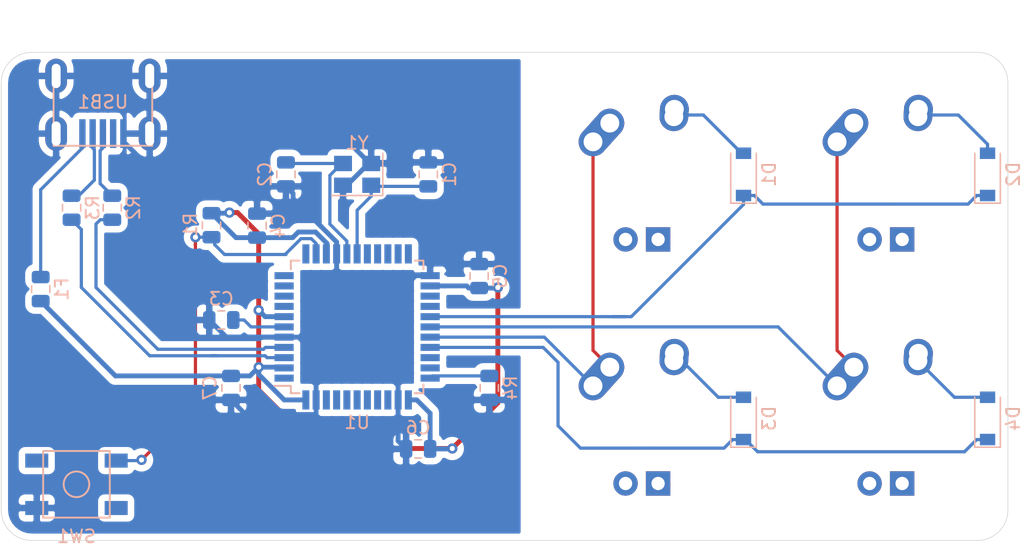
<source format=kicad_pcb>
(kicad_pcb (version 20171130) (host pcbnew "(5.1.4)-1")

  (general
    (thickness 1.6)
    (drawings 9)
    (tracks 220)
    (zones 0)
    (modules 24)
    (nets 44)
  )

  (page A4)
  (layers
    (0 F.Cu signal)
    (31 B.Cu signal)
    (32 B.Adhes user)
    (33 F.Adhes user)
    (34 B.Paste user)
    (35 F.Paste user)
    (36 B.SilkS user)
    (37 F.SilkS user)
    (38 B.Mask user)
    (39 F.Mask user)
    (40 Dwgs.User user)
    (41 Cmts.User user)
    (42 Eco1.User user)
    (43 Eco2.User user)
    (44 Edge.Cuts user)
    (45 Margin user)
    (46 B.CrtYd user)
    (47 F.CrtYd user)
    (48 B.Fab user)
    (49 F.Fab user)
  )

  (setup
    (last_trace_width 0.25)
    (trace_clearance 0.2)
    (zone_clearance 0.508)
    (zone_45_only no)
    (trace_min 0)
    (via_size 0.8)
    (via_drill 0.4)
    (via_min_size 0.4)
    (via_min_drill 0.3)
    (uvia_size 0.3)
    (uvia_drill 0.1)
    (uvias_allowed no)
    (uvia_min_size 0.2)
    (uvia_min_drill 0.1)
    (edge_width 0.05)
    (segment_width 0.2)
    (pcb_text_width 0.3)
    (pcb_text_size 1.5 1.5)
    (mod_edge_width 0.12)
    (mod_text_size 1 1)
    (mod_text_width 0.15)
    (pad_size 1.524 1.524)
    (pad_drill 0.762)
    (pad_to_mask_clearance 0.051)
    (solder_mask_min_width 0.25)
    (aux_axis_origin 0 0)
    (visible_elements FFFFFF7F)
    (pcbplotparams
      (layerselection 0x010fc_ffffffff)
      (usegerberextensions false)
      (usegerberattributes false)
      (usegerberadvancedattributes false)
      (creategerberjobfile false)
      (excludeedgelayer true)
      (linewidth 0.100000)
      (plotframeref false)
      (viasonmask false)
      (mode 1)
      (useauxorigin false)
      (hpglpennumber 1)
      (hpglpenspeed 20)
      (hpglpendiameter 15.000000)
      (psnegative false)
      (psa4output false)
      (plotreference true)
      (plotvalue true)
      (plotinvisibletext false)
      (padsonsilk false)
      (subtractmaskfromsilk false)
      (outputformat 1)
      (mirror false)
      (drillshape 1)
      (scaleselection 1)
      (outputdirectory ""))
  )

  (net 0 "")
  (net 1 GND)
  (net 2 +5V)
  (net 3 "Net-(C3-Pad1)")
  (net 4 "Net-(D1-Pad2)")
  (net 5 ROW0)
  (net 6 "Net-(D3-Pad2)")
  (net 7 ROW1)
  (net 8 "Net-(D4-Pad2)")
  (net 9 VCC)
  (net 10 COL0)
  (net 11 COL1)
  (net 12 D-)
  (net 13 D+)
  (net 14 "Net-(R2-Pad1)")
  (net 15 "Net-(R4-Pad2)")
  (net 16 "Net-(U1-Pad42)")
  (net 17 "Net-(U1-Pad41)")
  (net 18 "Net-(U1-Pad40)")
  (net 19 "Net-(U1-Pad39)")
  (net 20 "Net-(U1-Pad38)")
  (net 21 "Net-(U1-Pad37)")
  (net 22 "Net-(U1-Pad36)")
  (net 23 "Net-(U1-Pad32)")
  (net 24 "Net-(U1-Pad31)")
  (net 25 "Net-(U1-Pad26)")
  (net 26 "Net-(U1-Pad25)")
  (net 27 "Net-(U1-Pad22)")
  (net 28 "Net-(U1-Pad21)")
  (net 29 "Net-(U1-Pad20)")
  (net 30 "Net-(U1-Pad19)")
  (net 31 "Net-(U1-Pad18)")
  (net 32 "Net-(U1-Pad12)")
  (net 33 "Net-(U1-Pad11)")
  (net 34 "Net-(U1-Pad10)")
  (net 35 "Net-(U1-Pad9)")
  (net 36 "Net-(U1-Pad8)")
  (net 37 "Net-(U1-Pad1)")
  (net 38 "Net-(USB1-Pad2)")
  (net 39 "Net-(D2-Pad2)")
  (net 40 "Net-(C1-Pad1)")
  (net 41 "Net-(C2-Pad1)")
  (net 42 "Net-(R1-Pad2)")
  (net 43 "Net-(R3-Pad1)")

  (net_class Default "Esta es la clase de red por defecto."
    (clearance 0.2)
    (trace_width 0.25)
    (via_dia 0.8)
    (via_drill 0.4)
    (uvia_dia 0.3)
    (uvia_drill 0.1)
    (add_net COL0)
    (add_net COL1)
    (add_net D+)
    (add_net D-)
    (add_net "Net-(C1-Pad1)")
    (add_net "Net-(C2-Pad1)")
    (add_net "Net-(C3-Pad1)")
    (add_net "Net-(D1-Pad2)")
    (add_net "Net-(D2-Pad2)")
    (add_net "Net-(D3-Pad2)")
    (add_net "Net-(D4-Pad2)")
    (add_net "Net-(R1-Pad2)")
    (add_net "Net-(R2-Pad1)")
    (add_net "Net-(R3-Pad1)")
    (add_net "Net-(R4-Pad2)")
    (add_net "Net-(U1-Pad1)")
    (add_net "Net-(U1-Pad10)")
    (add_net "Net-(U1-Pad11)")
    (add_net "Net-(U1-Pad12)")
    (add_net "Net-(U1-Pad18)")
    (add_net "Net-(U1-Pad19)")
    (add_net "Net-(U1-Pad20)")
    (add_net "Net-(U1-Pad21)")
    (add_net "Net-(U1-Pad22)")
    (add_net "Net-(U1-Pad25)")
    (add_net "Net-(U1-Pad26)")
    (add_net "Net-(U1-Pad31)")
    (add_net "Net-(U1-Pad32)")
    (add_net "Net-(U1-Pad36)")
    (add_net "Net-(U1-Pad37)")
    (add_net "Net-(U1-Pad38)")
    (add_net "Net-(U1-Pad39)")
    (add_net "Net-(U1-Pad40)")
    (add_net "Net-(U1-Pad41)")
    (add_net "Net-(U1-Pad42)")
    (add_net "Net-(U1-Pad8)")
    (add_net "Net-(U1-Pad9)")
    (add_net "Net-(USB1-Pad2)")
    (add_net ROW0)
    (add_net ROW1)
    (add_net VCC)
  )

  (net_class Power ""
    (clearance 0.2)
    (trace_width 0.381)
    (via_dia 0.8)
    (via_drill 0.4)
    (uvia_dia 0.3)
    (uvia_drill 0.1)
    (add_net +5V)
    (add_net GND)
  )

  (module MX_Alps_Hybrid:MX-1U (layer F.Cu) (tedit 5A9F3A9A) (tstamp 608B0DE5)
    (at 65.0875 33.3375)
    (path /60958F72)
    (fp_text reference MX1 (at 0 3.175) (layer Dwgs.User)
      (effects (font (size 1 1) (thickness 0.15)))
    )
    (fp_text value MX-NoLED (at 0 -7.9375) (layer Dwgs.User)
      (effects (font (size 1 1) (thickness 0.15)))
    )
    (fp_line (start -9.525 9.525) (end -9.525 -9.525) (layer Dwgs.User) (width 0.15))
    (fp_line (start 9.525 9.525) (end -9.525 9.525) (layer Dwgs.User) (width 0.15))
    (fp_line (start 9.525 -9.525) (end 9.525 9.525) (layer Dwgs.User) (width 0.15))
    (fp_line (start -9.525 -9.525) (end 9.525 -9.525) (layer Dwgs.User) (width 0.15))
    (fp_line (start -7 -7) (end -7 -5) (layer Dwgs.User) (width 0.15))
    (fp_line (start -5 -7) (end -7 -7) (layer Dwgs.User) (width 0.15))
    (fp_line (start -7 7) (end -5 7) (layer Dwgs.User) (width 0.15))
    (fp_line (start -7 5) (end -7 7) (layer Dwgs.User) (width 0.15))
    (fp_line (start 7 7) (end 7 5) (layer Dwgs.User) (width 0.15))
    (fp_line (start 5 7) (end 7 7) (layer Dwgs.User) (width 0.15))
    (fp_line (start 7 -7) (end 7 -5) (layer Dwgs.User) (width 0.15))
    (fp_line (start 5 -7) (end 7 -7) (layer Dwgs.User) (width 0.15))
    (pad "" np_thru_hole circle (at 5.08 0 48.0996) (size 1.75 1.75) (drill 1.75) (layers *.Cu *.Mask))
    (pad "" np_thru_hole circle (at -5.08 0 48.0996) (size 1.75 1.75) (drill 1.75) (layers *.Cu *.Mask))
    (pad 4 thru_hole rect (at 1.27 5.08) (size 1.905 1.905) (drill 1.04) (layers *.Cu B.Mask))
    (pad 3 thru_hole circle (at -1.27 5.08) (size 1.905 1.905) (drill 1.04) (layers *.Cu B.Mask))
    (pad 1 thru_hole circle (at -2.5 -4) (size 2.25 2.25) (drill 1.47) (layers *.Cu B.Mask)
      (net 10 COL0))
    (pad "" np_thru_hole circle (at 0 0) (size 3.9878 3.9878) (drill 3.9878) (layers *.Cu *.Mask))
    (pad 1 thru_hole oval (at -3.81 -2.54 48.0996) (size 4.211556 2.25) (drill 1.47 (offset 0.980778 0)) (layers *.Cu B.Mask)
      (net 10 COL0))
    (pad 2 thru_hole circle (at 2.54 -5.08) (size 2.25 2.25) (drill 1.47) (layers *.Cu B.Mask)
      (net 4 "Net-(D1-Pad2)"))
    (pad 2 thru_hole oval (at 2.5 -4.5 86.0548) (size 2.831378 2.25) (drill 1.47 (offset 0.290689 0)) (layers *.Cu B.Mask)
      (net 4 "Net-(D1-Pad2)"))
  )

  (module random-keyboard-parts:Molex-0548190589 (layer B.Cu) (tedit 5C494815) (tstamp 608B0EF5)
    (at 23.01875 25.654 270)
    (path /6091F629)
    (attr smd)
    (fp_text reference USB1 (at 2.032 0) (layer B.SilkS)
      (effects (font (size 1 1) (thickness 0.15)) (justify mirror))
    )
    (fp_text value Molex-0548190589 (at -5.08 0) (layer Dwgs.User)
      (effects (font (size 1 1) (thickness 0.15)))
    )
    (fp_text user %R (at 2 0) (layer B.CrtYd)
      (effects (font (size 1 1) (thickness 0.15)) (justify mirror))
    )
    (fp_line (start 3.25 1.25) (end 5.5 1.25) (layer B.CrtYd) (width 0.15))
    (fp_line (start 5.5 0.5) (end 3.25 0.5) (layer B.CrtYd) (width 0.15))
    (fp_line (start 3.25 -0.5) (end 5.5 -0.5) (layer B.CrtYd) (width 0.15))
    (fp_line (start 5.5 -1.25) (end 3.25 -1.25) (layer B.CrtYd) (width 0.15))
    (fp_line (start 3.25 -2) (end 5.5 -2) (layer B.CrtYd) (width 0.15))
    (fp_line (start 3.25 2) (end 3.25 -2) (layer B.CrtYd) (width 0.15))
    (fp_line (start 5.5 2) (end 3.25 2) (layer B.CrtYd) (width 0.15))
    (fp_line (start -3.75 -3.75) (end -3.75 3.75) (layer B.CrtYd) (width 0.15))
    (fp_line (start 5.5 -3.75) (end -3.75 -3.75) (layer B.CrtYd) (width 0.15))
    (fp_line (start 5.5 3.75) (end 5.5 -3.75) (layer B.CrtYd) (width 0.15))
    (fp_line (start -3.75 3.75) (end 5.5 3.75) (layer B.CrtYd) (width 0.15))
    (fp_line (start 0 3.85) (end 5.45 3.85) (layer B.SilkS) (width 0.15))
    (fp_line (start 0 -3.85) (end 5.45 -3.85) (layer B.SilkS) (width 0.15))
    (fp_line (start 5.45 3.85) (end 5.45 -3.85) (layer B.SilkS) (width 0.15))
    (fp_line (start -3.75 3.85) (end 0 3.85) (layer Dwgs.User) (width 0.15))
    (fp_line (start -3.75 -3.85) (end 0 -3.85) (layer Dwgs.User) (width 0.15))
    (fp_line (start -1.75 4.572) (end -1.75 -4.572) (layer Dwgs.User) (width 0.15))
    (fp_line (start -3.75 3.85) (end -3.75 -3.85) (layer Dwgs.User) (width 0.15))
    (pad 6 thru_hole oval (at 0 3.65 270) (size 2.7 1.7) (drill oval 1.9 0.7) (layers *.Cu *.Mask)
      (net 1 GND))
    (pad 6 thru_hole oval (at 0 -3.65 270) (size 2.7 1.7) (drill oval 1.9 0.7) (layers *.Cu *.Mask)
      (net 1 GND))
    (pad 6 thru_hole oval (at 4.5 -3.65 270) (size 2.7 1.7) (drill oval 1.9 0.7) (layers *.Cu *.Mask)
      (net 1 GND))
    (pad 6 thru_hole oval (at 4.5 3.65 270) (size 2.7 1.7) (drill oval 1.9 0.7) (layers *.Cu *.Mask)
      (net 1 GND))
    (pad 5 smd rect (at 4.5 1.6 270) (size 2.25 0.5) (layers B.Cu B.Paste B.Mask)
      (net 9 VCC))
    (pad 4 smd rect (at 4.5 0.8 270) (size 2.25 0.5) (layers B.Cu B.Paste B.Mask)
      (net 12 D-))
    (pad 3 smd rect (at 4.5 0 270) (size 2.25 0.5) (layers B.Cu B.Paste B.Mask)
      (net 13 D+))
    (pad 2 smd rect (at 4.5 -0.8 270) (size 2.25 0.5) (layers B.Cu B.Paste B.Mask)
      (net 38 "Net-(USB1-Pad2)"))
    (pad 1 smd rect (at 4.5 -1.6 270) (size 2.25 0.5) (layers B.Cu B.Paste B.Mask)
      (net 1 GND))
  )

  (module random-keyboard-parts:SKQG-1155865 (layer B.Cu) (tedit 5E62B398) (tstamp 608B0E92)
    (at 20.955 57.531 180)
    (path /60917E54)
    (attr smd)
    (fp_text reference SW1 (at 0 -4.064) (layer B.SilkS)
      (effects (font (size 1 1) (thickness 0.15)) (justify mirror))
    )
    (fp_text value SW_Push (at 0 4.064) (layer B.Fab)
      (effects (font (size 1 1) (thickness 0.15)) (justify mirror))
    )
    (fp_line (start -2.6 2.6) (end 2.6 2.6) (layer B.SilkS) (width 0.15))
    (fp_line (start 2.6 2.6) (end 2.6 -2.6) (layer B.SilkS) (width 0.15))
    (fp_line (start 2.6 -2.6) (end -2.6 -2.6) (layer B.SilkS) (width 0.15))
    (fp_line (start -2.6 -2.6) (end -2.6 2.6) (layer B.SilkS) (width 0.15))
    (fp_circle (center 0 0) (end 1 0) (layer B.SilkS) (width 0.15))
    (fp_line (start -4.2 2.6) (end 4.2 2.6) (layer B.Fab) (width 0.15))
    (fp_line (start 4.2 2.6) (end 4.2 1.2) (layer B.Fab) (width 0.15))
    (fp_line (start 4.2 1.1) (end 2.6 1.1) (layer B.Fab) (width 0.15))
    (fp_line (start 2.6 1.1) (end 2.6 -1.1) (layer B.Fab) (width 0.15))
    (fp_line (start 2.6 -1.1) (end 4.2 -1.1) (layer B.Fab) (width 0.15))
    (fp_line (start 4.2 -1.1) (end 4.2 -2.6) (layer B.Fab) (width 0.15))
    (fp_line (start 4.2 -2.6) (end -4.2 -2.6) (layer B.Fab) (width 0.15))
    (fp_line (start -4.2 -2.6) (end -4.2 -1.1) (layer B.Fab) (width 0.15))
    (fp_line (start -4.2 -1.1) (end -2.6 -1.1) (layer B.Fab) (width 0.15))
    (fp_line (start -2.6 -1.1) (end -2.6 1.1) (layer B.Fab) (width 0.15))
    (fp_line (start -2.6 1.1) (end -4.2 1.1) (layer B.Fab) (width 0.15))
    (fp_line (start -4.2 1.1) (end -4.2 2.6) (layer B.Fab) (width 0.15))
    (fp_circle (center 0 0) (end 1 0) (layer B.Fab) (width 0.15))
    (fp_line (start -2.6 1.1) (end -1.1 2.6) (layer B.Fab) (width 0.15))
    (fp_line (start 2.6 1.1) (end 1.1 2.6) (layer B.Fab) (width 0.15))
    (fp_line (start 2.6 -1.1) (end 1.1 -2.6) (layer B.Fab) (width 0.15))
    (fp_line (start -2.6 -1.1) (end -1.1 -2.6) (layer B.Fab) (width 0.15))
    (pad 4 smd rect (at -3.1 -1.85 180) (size 1.8 1.1) (layers B.Cu B.Paste B.Mask))
    (pad 3 smd rect (at 3.1 1.85 180) (size 1.8 1.1) (layers B.Cu B.Paste B.Mask))
    (pad 2 smd rect (at -3.1 1.85 180) (size 1.8 1.1) (layers B.Cu B.Paste B.Mask)
      (net 42 "Net-(R1-Pad2)"))
    (pad 1 smd rect (at 3.1 -1.85 180) (size 1.8 1.1) (layers B.Cu B.Paste B.Mask)
      (net 1 GND))
    (model ${KISYS3DMOD}/Button_Switch_SMD.3dshapes/SW_SPST_TL3342.step
      (at (xyz 0 0 0))
      (scale (xyz 1 1 1))
      (rotate (xyz 0 0 0))
    )
  )

  (module Crystal:Crystal_SMD_3225-4Pin_3.2x2.5mm (layer B.Cu) (tedit 5A0FD1B2) (tstamp 608B0F09)
    (at 42.8625 33.3375 180)
    (descr "SMD Crystal SERIES SMD3225/4 http://www.txccrystal.com/images/pdf/7m-accuracy.pdf, 3.2x2.5mm^2 package")
    (tags "SMD SMT crystal")
    (path /609E2E2C)
    (attr smd)
    (fp_text reference Y1 (at 0 2.45) (layer B.SilkS)
      (effects (font (size 1 1) (thickness 0.15)) (justify mirror))
    )
    (fp_text value 16Mhz (at 0 -2.45) (layer B.Fab)
      (effects (font (size 1 1) (thickness 0.15)) (justify mirror))
    )
    (fp_text user %R (at 0 0) (layer B.Fab)
      (effects (font (size 0.7 0.7) (thickness 0.105)) (justify mirror))
    )
    (fp_line (start -1.6 1.25) (end -1.6 -1.25) (layer B.Fab) (width 0.1))
    (fp_line (start -1.6 -1.25) (end 1.6 -1.25) (layer B.Fab) (width 0.1))
    (fp_line (start 1.6 -1.25) (end 1.6 1.25) (layer B.Fab) (width 0.1))
    (fp_line (start 1.6 1.25) (end -1.6 1.25) (layer B.Fab) (width 0.1))
    (fp_line (start -1.6 -0.25) (end -0.6 -1.25) (layer B.Fab) (width 0.1))
    (fp_line (start -2 1.65) (end -2 -1.65) (layer B.SilkS) (width 0.12))
    (fp_line (start -2 -1.65) (end 2 -1.65) (layer B.SilkS) (width 0.12))
    (fp_line (start -2.1 1.7) (end -2.1 -1.7) (layer B.CrtYd) (width 0.05))
    (fp_line (start -2.1 -1.7) (end 2.1 -1.7) (layer B.CrtYd) (width 0.05))
    (fp_line (start 2.1 -1.7) (end 2.1 1.7) (layer B.CrtYd) (width 0.05))
    (fp_line (start 2.1 1.7) (end -2.1 1.7) (layer B.CrtYd) (width 0.05))
    (pad 1 smd rect (at -1.1 -0.85 180) (size 1.4 1.2) (layers B.Cu B.Paste B.Mask)
      (net 40 "Net-(C1-Pad1)"))
    (pad 2 smd rect (at 1.1 -0.85 180) (size 1.4 1.2) (layers B.Cu B.Paste B.Mask)
      (net 1 GND))
    (pad 3 smd rect (at 1.1 0.85 180) (size 1.4 1.2) (layers B.Cu B.Paste B.Mask)
      (net 41 "Net-(C2-Pad1)"))
    (pad 4 smd rect (at -1.1 0.85 180) (size 1.4 1.2) (layers B.Cu B.Paste B.Mask)
      (net 1 GND))
    (model ${KISYS3DMOD}/Crystal.3dshapes/Crystal_SMD_3225-4Pin_3.2x2.5mm.wrl
      (at (xyz 0 0 0))
      (scale (xyz 1 1 1))
      (rotate (xyz 0 0 0))
    )
  )

  (module Package_QFP:TQFP-44_10x10mm_P0.8mm (layer B.Cu) (tedit 5A02F146) (tstamp 608B0ED5)
    (at 42.8625 45.24375)
    (descr "44-Lead Plastic Thin Quad Flatpack (PT) - 10x10x1.0 mm Body [TQFP] (see Microchip Packaging Specification 00000049BS.pdf)")
    (tags "QFP 0.8")
    (path /608A1561)
    (attr smd)
    (fp_text reference U1 (at 0 7.45) (layer B.SilkS)
      (effects (font (size 1 1) (thickness 0.15)) (justify mirror))
    )
    (fp_text value ATmega32U4-AU (at 0 -7.45) (layer B.Fab)
      (effects (font (size 1 1) (thickness 0.15)) (justify mirror))
    )
    (fp_text user %R (at 0 0) (layer B.Fab)
      (effects (font (size 1 1) (thickness 0.15)) (justify mirror))
    )
    (fp_line (start -4 5) (end 5 5) (layer B.Fab) (width 0.15))
    (fp_line (start 5 5) (end 5 -5) (layer B.Fab) (width 0.15))
    (fp_line (start 5 -5) (end -5 -5) (layer B.Fab) (width 0.15))
    (fp_line (start -5 -5) (end -5 4) (layer B.Fab) (width 0.15))
    (fp_line (start -5 4) (end -4 5) (layer B.Fab) (width 0.15))
    (fp_line (start -6.7 6.7) (end -6.7 -6.7) (layer B.CrtYd) (width 0.05))
    (fp_line (start 6.7 6.7) (end 6.7 -6.7) (layer B.CrtYd) (width 0.05))
    (fp_line (start -6.7 6.7) (end 6.7 6.7) (layer B.CrtYd) (width 0.05))
    (fp_line (start -6.7 -6.7) (end 6.7 -6.7) (layer B.CrtYd) (width 0.05))
    (fp_line (start -5.175 5.175) (end -5.175 4.6) (layer B.SilkS) (width 0.15))
    (fp_line (start 5.175 5.175) (end 5.175 4.5) (layer B.SilkS) (width 0.15))
    (fp_line (start 5.175 -5.175) (end 5.175 -4.5) (layer B.SilkS) (width 0.15))
    (fp_line (start -5.175 -5.175) (end -5.175 -4.5) (layer B.SilkS) (width 0.15))
    (fp_line (start -5.175 5.175) (end -4.5 5.175) (layer B.SilkS) (width 0.15))
    (fp_line (start -5.175 -5.175) (end -4.5 -5.175) (layer B.SilkS) (width 0.15))
    (fp_line (start 5.175 -5.175) (end 4.5 -5.175) (layer B.SilkS) (width 0.15))
    (fp_line (start 5.175 5.175) (end 4.5 5.175) (layer B.SilkS) (width 0.15))
    (fp_line (start -5.175 4.6) (end -6.45 4.6) (layer B.SilkS) (width 0.15))
    (pad 1 smd rect (at -5.7 4) (size 1.5 0.55) (layers B.Cu B.Paste B.Mask)
      (net 37 "Net-(U1-Pad1)"))
    (pad 2 smd rect (at -5.7 3.2) (size 1.5 0.55) (layers B.Cu B.Paste B.Mask)
      (net 2 +5V))
    (pad 3 smd rect (at -5.7 2.4) (size 1.5 0.55) (layers B.Cu B.Paste B.Mask)
      (net 43 "Net-(R3-Pad1)"))
    (pad 4 smd rect (at -5.7 1.6) (size 1.5 0.55) (layers B.Cu B.Paste B.Mask)
      (net 14 "Net-(R2-Pad1)"))
    (pad 5 smd rect (at -5.7 0.8) (size 1.5 0.55) (layers B.Cu B.Paste B.Mask)
      (net 1 GND))
    (pad 6 smd rect (at -5.7 0) (size 1.5 0.55) (layers B.Cu B.Paste B.Mask)
      (net 3 "Net-(C3-Pad1)"))
    (pad 7 smd rect (at -5.7 -0.8) (size 1.5 0.55) (layers B.Cu B.Paste B.Mask)
      (net 2 +5V))
    (pad 8 smd rect (at -5.7 -1.6) (size 1.5 0.55) (layers B.Cu B.Paste B.Mask)
      (net 36 "Net-(U1-Pad8)"))
    (pad 9 smd rect (at -5.7 -2.4) (size 1.5 0.55) (layers B.Cu B.Paste B.Mask)
      (net 35 "Net-(U1-Pad9)"))
    (pad 10 smd rect (at -5.7 -3.2) (size 1.5 0.55) (layers B.Cu B.Paste B.Mask)
      (net 34 "Net-(U1-Pad10)"))
    (pad 11 smd rect (at -5.7 -4) (size 1.5 0.55) (layers B.Cu B.Paste B.Mask)
      (net 33 "Net-(U1-Pad11)"))
    (pad 12 smd rect (at -4 -5.7 270) (size 1.5 0.55) (layers B.Cu B.Paste B.Mask)
      (net 32 "Net-(U1-Pad12)"))
    (pad 13 smd rect (at -3.2 -5.7 270) (size 1.5 0.55) (layers B.Cu B.Paste B.Mask)
      (net 42 "Net-(R1-Pad2)"))
    (pad 14 smd rect (at -2.4 -5.7 270) (size 1.5 0.55) (layers B.Cu B.Paste B.Mask)
      (net 2 +5V))
    (pad 15 smd rect (at -1.6 -5.7 270) (size 1.5 0.55) (layers B.Cu B.Paste B.Mask)
      (net 1 GND))
    (pad 16 smd rect (at -0.8 -5.7 270) (size 1.5 0.55) (layers B.Cu B.Paste B.Mask)
      (net 41 "Net-(C2-Pad1)"))
    (pad 17 smd rect (at 0 -5.7 270) (size 1.5 0.55) (layers B.Cu B.Paste B.Mask)
      (net 40 "Net-(C1-Pad1)"))
    (pad 18 smd rect (at 0.8 -5.7 270) (size 1.5 0.55) (layers B.Cu B.Paste B.Mask)
      (net 31 "Net-(U1-Pad18)"))
    (pad 19 smd rect (at 1.6 -5.7 270) (size 1.5 0.55) (layers B.Cu B.Paste B.Mask)
      (net 30 "Net-(U1-Pad19)"))
    (pad 20 smd rect (at 2.4 -5.7 270) (size 1.5 0.55) (layers B.Cu B.Paste B.Mask)
      (net 29 "Net-(U1-Pad20)"))
    (pad 21 smd rect (at 3.2 -5.7 270) (size 1.5 0.55) (layers B.Cu B.Paste B.Mask)
      (net 28 "Net-(U1-Pad21)"))
    (pad 22 smd rect (at 4 -5.7 270) (size 1.5 0.55) (layers B.Cu B.Paste B.Mask)
      (net 27 "Net-(U1-Pad22)"))
    (pad 23 smd rect (at 5.7 -4) (size 1.5 0.55) (layers B.Cu B.Paste B.Mask)
      (net 1 GND))
    (pad 24 smd rect (at 5.7 -3.2) (size 1.5 0.55) (layers B.Cu B.Paste B.Mask)
      (net 2 +5V))
    (pad 25 smd rect (at 5.7 -2.4) (size 1.5 0.55) (layers B.Cu B.Paste B.Mask)
      (net 26 "Net-(U1-Pad25)"))
    (pad 26 smd rect (at 5.7 -1.6) (size 1.5 0.55) (layers B.Cu B.Paste B.Mask)
      (net 25 "Net-(U1-Pad26)"))
    (pad 27 smd rect (at 5.7 -0.8) (size 1.5 0.55) (layers B.Cu B.Paste B.Mask)
      (net 5 ROW0))
    (pad 28 smd rect (at 5.7 0) (size 1.5 0.55) (layers B.Cu B.Paste B.Mask)
      (net 11 COL1))
    (pad 29 smd rect (at 5.7 0.8) (size 1.5 0.55) (layers B.Cu B.Paste B.Mask)
      (net 10 COL0))
    (pad 30 smd rect (at 5.7 1.6) (size 1.5 0.55) (layers B.Cu B.Paste B.Mask)
      (net 7 ROW1))
    (pad 31 smd rect (at 5.7 2.4) (size 1.5 0.55) (layers B.Cu B.Paste B.Mask)
      (net 24 "Net-(U1-Pad31)"))
    (pad 32 smd rect (at 5.7 3.2) (size 1.5 0.55) (layers B.Cu B.Paste B.Mask)
      (net 23 "Net-(U1-Pad32)"))
    (pad 33 smd rect (at 5.7 4) (size 1.5 0.55) (layers B.Cu B.Paste B.Mask)
      (net 15 "Net-(R4-Pad2)"))
    (pad 34 smd rect (at 4 5.7 270) (size 1.5 0.55) (layers B.Cu B.Paste B.Mask)
      (net 2 +5V))
    (pad 35 smd rect (at 3.2 5.7 270) (size 1.5 0.55) (layers B.Cu B.Paste B.Mask)
      (net 1 GND))
    (pad 36 smd rect (at 2.4 5.7 270) (size 1.5 0.55) (layers B.Cu B.Paste B.Mask)
      (net 22 "Net-(U1-Pad36)"))
    (pad 37 smd rect (at 1.6 5.7 270) (size 1.5 0.55) (layers B.Cu B.Paste B.Mask)
      (net 21 "Net-(U1-Pad37)"))
    (pad 38 smd rect (at 0.8 5.7 270) (size 1.5 0.55) (layers B.Cu B.Paste B.Mask)
      (net 20 "Net-(U1-Pad38)"))
    (pad 39 smd rect (at 0 5.7 270) (size 1.5 0.55) (layers B.Cu B.Paste B.Mask)
      (net 19 "Net-(U1-Pad39)"))
    (pad 40 smd rect (at -0.8 5.7 270) (size 1.5 0.55) (layers B.Cu B.Paste B.Mask)
      (net 18 "Net-(U1-Pad40)"))
    (pad 41 smd rect (at -1.6 5.7 270) (size 1.5 0.55) (layers B.Cu B.Paste B.Mask)
      (net 17 "Net-(U1-Pad41)"))
    (pad 42 smd rect (at -2.4 5.7 270) (size 1.5 0.55) (layers B.Cu B.Paste B.Mask)
      (net 16 "Net-(U1-Pad42)"))
    (pad 43 smd rect (at -3.2 5.7 270) (size 1.5 0.55) (layers B.Cu B.Paste B.Mask)
      (net 1 GND))
    (pad 44 smd rect (at -4 5.7 270) (size 1.5 0.55) (layers B.Cu B.Paste B.Mask)
      (net 2 +5V))
    (model ${KISYS3DMOD}/Package_QFP.3dshapes/TQFP-44_10x10mm_P0.8mm.wrl
      (at (xyz 0 0 0))
      (scale (xyz 1 1 1))
      (rotate (xyz 0 0 0))
    )
  )

  (module Resistor_SMD:R_0805_2012Metric (layer B.Cu) (tedit 5B36C52B) (tstamp 608B0E74)
    (at 53.18125 50.00625 90)
    (descr "Resistor SMD 0805 (2012 Metric), square (rectangular) end terminal, IPC_7351 nominal, (Body size source: https://docs.google.com/spreadsheets/d/1BsfQQcO9C6DZCsRaXUlFlo91Tg2WpOkGARC1WS5S8t0/edit?usp=sharing), generated with kicad-footprint-generator")
    (tags resistor)
    (path /608AF7C0)
    (attr smd)
    (fp_text reference R4 (at 0 1.65 90) (layer B.SilkS)
      (effects (font (size 1 1) (thickness 0.15)) (justify mirror))
    )
    (fp_text value 10k (at 0 -1.65 90) (layer B.Fab)
      (effects (font (size 1 1) (thickness 0.15)) (justify mirror))
    )
    (fp_text user %R (at 0 0 90) (layer B.Fab)
      (effects (font (size 0.5 0.5) (thickness 0.08)) (justify mirror))
    )
    (fp_line (start 1.68 -0.95) (end -1.68 -0.95) (layer B.CrtYd) (width 0.05))
    (fp_line (start 1.68 0.95) (end 1.68 -0.95) (layer B.CrtYd) (width 0.05))
    (fp_line (start -1.68 0.95) (end 1.68 0.95) (layer B.CrtYd) (width 0.05))
    (fp_line (start -1.68 -0.95) (end -1.68 0.95) (layer B.CrtYd) (width 0.05))
    (fp_line (start -0.258578 -0.71) (end 0.258578 -0.71) (layer B.SilkS) (width 0.12))
    (fp_line (start -0.258578 0.71) (end 0.258578 0.71) (layer B.SilkS) (width 0.12))
    (fp_line (start 1 -0.6) (end -1 -0.6) (layer B.Fab) (width 0.1))
    (fp_line (start 1 0.6) (end 1 -0.6) (layer B.Fab) (width 0.1))
    (fp_line (start -1 0.6) (end 1 0.6) (layer B.Fab) (width 0.1))
    (fp_line (start -1 -0.6) (end -1 0.6) (layer B.Fab) (width 0.1))
    (pad 2 smd roundrect (at 0.9375 0 90) (size 0.975 1.4) (layers B.Cu B.Paste B.Mask) (roundrect_rratio 0.25)
      (net 15 "Net-(R4-Pad2)"))
    (pad 1 smd roundrect (at -0.9375 0 90) (size 0.975 1.4) (layers B.Cu B.Paste B.Mask) (roundrect_rratio 0.25)
      (net 1 GND))
    (model ${KISYS3DMOD}/Resistor_SMD.3dshapes/R_0805_2012Metric.wrl
      (at (xyz 0 0 0))
      (scale (xyz 1 1 1))
      (rotate (xyz 0 0 0))
    )
  )

  (module Resistor_SMD:R_0805_2012Metric (layer B.Cu) (tedit 5B36C52B) (tstamp 608B0E63)
    (at 31.496 37.30625 270)
    (descr "Resistor SMD 0805 (2012 Metric), square (rectangular) end terminal, IPC_7351 nominal, (Body size source: https://docs.google.com/spreadsheets/d/1BsfQQcO9C6DZCsRaXUlFlo91Tg2WpOkGARC1WS5S8t0/edit?usp=sharing), generated with kicad-footprint-generator")
    (tags resistor)
    (path /6091BF7D)
    (attr smd)
    (fp_text reference R1 (at 0 1.65 270) (layer B.SilkS)
      (effects (font (size 1 1) (thickness 0.15)) (justify mirror))
    )
    (fp_text value 10k (at 0 -1.65 270) (layer B.Fab)
      (effects (font (size 1 1) (thickness 0.15)) (justify mirror))
    )
    (fp_line (start -1 -0.6) (end -1 0.6) (layer B.Fab) (width 0.1))
    (fp_line (start -1 0.6) (end 1 0.6) (layer B.Fab) (width 0.1))
    (fp_line (start 1 0.6) (end 1 -0.6) (layer B.Fab) (width 0.1))
    (fp_line (start 1 -0.6) (end -1 -0.6) (layer B.Fab) (width 0.1))
    (fp_line (start -0.258578 0.71) (end 0.258578 0.71) (layer B.SilkS) (width 0.12))
    (fp_line (start -0.258578 -0.71) (end 0.258578 -0.71) (layer B.SilkS) (width 0.12))
    (fp_line (start -1.68 -0.95) (end -1.68 0.95) (layer B.CrtYd) (width 0.05))
    (fp_line (start -1.68 0.95) (end 1.68 0.95) (layer B.CrtYd) (width 0.05))
    (fp_line (start 1.68 0.95) (end 1.68 -0.95) (layer B.CrtYd) (width 0.05))
    (fp_line (start 1.68 -0.95) (end -1.68 -0.95) (layer B.CrtYd) (width 0.05))
    (fp_text user %R (at 0 0 270) (layer B.Fab)
      (effects (font (size 0.5 0.5) (thickness 0.08)) (justify mirror))
    )
    (pad 1 smd roundrect (at -0.9375 0 270) (size 0.975 1.4) (layers B.Cu B.Paste B.Mask) (roundrect_rratio 0.25)
      (net 2 +5V))
    (pad 2 smd roundrect (at 0.9375 0 270) (size 0.975 1.4) (layers B.Cu B.Paste B.Mask) (roundrect_rratio 0.25)
      (net 42 "Net-(R1-Pad2)"))
    (model ${KISYS3DMOD}/Resistor_SMD.3dshapes/R_0805_2012Metric.wrl
      (at (xyz 0 0 0))
      (scale (xyz 1 1 1))
      (rotate (xyz 0 0 0))
    )
  )

  (module Resistor_SMD:R_0805_2012Metric (layer B.Cu) (tedit 5B36C52B) (tstamp 608B0E52)
    (at 23.749 35.941 90)
    (descr "Resistor SMD 0805 (2012 Metric), square (rectangular) end terminal, IPC_7351 nominal, (Body size source: https://docs.google.com/spreadsheets/d/1BsfQQcO9C6DZCsRaXUlFlo91Tg2WpOkGARC1WS5S8t0/edit?usp=sharing), generated with kicad-footprint-generator")
    (tags resistor)
    (path /608B2517)
    (attr smd)
    (fp_text reference R2 (at 0 1.65 270) (layer B.SilkS)
      (effects (font (size 1 1) (thickness 0.15)) (justify mirror))
    )
    (fp_text value 22 (at 0 -1.65 270) (layer B.Fab)
      (effects (font (size 1 1) (thickness 0.15)) (justify mirror))
    )
    (fp_text user %R (at 0 0 270) (layer B.Fab)
      (effects (font (size 0.5 0.5) (thickness 0.08)) (justify mirror))
    )
    (fp_line (start 1.68 -0.95) (end -1.68 -0.95) (layer B.CrtYd) (width 0.05))
    (fp_line (start 1.68 0.95) (end 1.68 -0.95) (layer B.CrtYd) (width 0.05))
    (fp_line (start -1.68 0.95) (end 1.68 0.95) (layer B.CrtYd) (width 0.05))
    (fp_line (start -1.68 -0.95) (end -1.68 0.95) (layer B.CrtYd) (width 0.05))
    (fp_line (start -0.258578 -0.71) (end 0.258578 -0.71) (layer B.SilkS) (width 0.12))
    (fp_line (start -0.258578 0.71) (end 0.258578 0.71) (layer B.SilkS) (width 0.12))
    (fp_line (start 1 -0.6) (end -1 -0.6) (layer B.Fab) (width 0.1))
    (fp_line (start 1 0.6) (end 1 -0.6) (layer B.Fab) (width 0.1))
    (fp_line (start -1 0.6) (end 1 0.6) (layer B.Fab) (width 0.1))
    (fp_line (start -1 -0.6) (end -1 0.6) (layer B.Fab) (width 0.1))
    (pad 2 smd roundrect (at 0.9375 0 90) (size 0.975 1.4) (layers B.Cu B.Paste B.Mask) (roundrect_rratio 0.25)
      (net 13 D+))
    (pad 1 smd roundrect (at -0.9375 0 90) (size 0.975 1.4) (layers B.Cu B.Paste B.Mask) (roundrect_rratio 0.25)
      (net 14 "Net-(R2-Pad1)"))
    (model ${KISYS3DMOD}/Resistor_SMD.3dshapes/R_0805_2012Metric.wrl
      (at (xyz 0 0 0))
      (scale (xyz 1 1 1))
      (rotate (xyz 0 0 0))
    )
  )

  (module Resistor_SMD:R_0805_2012Metric (layer B.Cu) (tedit 5B36C52B) (tstamp 608B0E41)
    (at 20.574 35.941 90)
    (descr "Resistor SMD 0805 (2012 Metric), square (rectangular) end terminal, IPC_7351 nominal, (Body size source: https://docs.google.com/spreadsheets/d/1BsfQQcO9C6DZCsRaXUlFlo91Tg2WpOkGARC1WS5S8t0/edit?usp=sharing), generated with kicad-footprint-generator")
    (tags resistor)
    (path /608B2D96)
    (attr smd)
    (fp_text reference R3 (at 0 1.65 270) (layer B.SilkS)
      (effects (font (size 1 1) (thickness 0.15)) (justify mirror))
    )
    (fp_text value 22 (at 0 -1.65 270) (layer B.Fab)
      (effects (font (size 1 1) (thickness 0.15)) (justify mirror))
    )
    (fp_text user %R (at 0 0 270) (layer B.Fab)
      (effects (font (size 0.5 0.5) (thickness 0.08)) (justify mirror))
    )
    (fp_line (start 1.68 -0.95) (end -1.68 -0.95) (layer B.CrtYd) (width 0.05))
    (fp_line (start 1.68 0.95) (end 1.68 -0.95) (layer B.CrtYd) (width 0.05))
    (fp_line (start -1.68 0.95) (end 1.68 0.95) (layer B.CrtYd) (width 0.05))
    (fp_line (start -1.68 -0.95) (end -1.68 0.95) (layer B.CrtYd) (width 0.05))
    (fp_line (start -0.258578 -0.71) (end 0.258578 -0.71) (layer B.SilkS) (width 0.12))
    (fp_line (start -0.258578 0.71) (end 0.258578 0.71) (layer B.SilkS) (width 0.12))
    (fp_line (start 1 -0.6) (end -1 -0.6) (layer B.Fab) (width 0.1))
    (fp_line (start 1 0.6) (end 1 -0.6) (layer B.Fab) (width 0.1))
    (fp_line (start -1 0.6) (end 1 0.6) (layer B.Fab) (width 0.1))
    (fp_line (start -1 -0.6) (end -1 0.6) (layer B.Fab) (width 0.1))
    (pad 2 smd roundrect (at 0.9375 0 90) (size 0.975 1.4) (layers B.Cu B.Paste B.Mask) (roundrect_rratio 0.25)
      (net 12 D-))
    (pad 1 smd roundrect (at -0.9375 0 90) (size 0.975 1.4) (layers B.Cu B.Paste B.Mask) (roundrect_rratio 0.25)
      (net 43 "Net-(R3-Pad1)"))
    (model ${KISYS3DMOD}/Resistor_SMD.3dshapes/R_0805_2012Metric.wrl
      (at (xyz 0 0 0))
      (scale (xyz 1 1 1))
      (rotate (xyz 0 0 0))
    )
  )

  (module MX_Alps_Hybrid:MX-1U (layer F.Cu) (tedit 5A9F3A9A) (tstamp 608B0E30)
    (at 84.1375 52.3875)
    (path /60945B4C)
    (fp_text reference MX4 (at 0 3.175) (layer Dwgs.User)
      (effects (font (size 1 1) (thickness 0.15)))
    )
    (fp_text value MX-NoLED (at 0 -7.9375) (layer Dwgs.User)
      (effects (font (size 1 1) (thickness 0.15)))
    )
    (fp_line (start -9.525 9.525) (end -9.525 -9.525) (layer Dwgs.User) (width 0.15))
    (fp_line (start 9.525 9.525) (end -9.525 9.525) (layer Dwgs.User) (width 0.15))
    (fp_line (start 9.525 -9.525) (end 9.525 9.525) (layer Dwgs.User) (width 0.15))
    (fp_line (start -9.525 -9.525) (end 9.525 -9.525) (layer Dwgs.User) (width 0.15))
    (fp_line (start -7 -7) (end -7 -5) (layer Dwgs.User) (width 0.15))
    (fp_line (start -5 -7) (end -7 -7) (layer Dwgs.User) (width 0.15))
    (fp_line (start -7 7) (end -5 7) (layer Dwgs.User) (width 0.15))
    (fp_line (start -7 5) (end -7 7) (layer Dwgs.User) (width 0.15))
    (fp_line (start 7 7) (end 7 5) (layer Dwgs.User) (width 0.15))
    (fp_line (start 5 7) (end 7 7) (layer Dwgs.User) (width 0.15))
    (fp_line (start 7 -7) (end 7 -5) (layer Dwgs.User) (width 0.15))
    (fp_line (start 5 -7) (end 7 -7) (layer Dwgs.User) (width 0.15))
    (pad "" np_thru_hole circle (at 5.08 0 48.0996) (size 1.75 1.75) (drill 1.75) (layers *.Cu *.Mask))
    (pad "" np_thru_hole circle (at -5.08 0 48.0996) (size 1.75 1.75) (drill 1.75) (layers *.Cu *.Mask))
    (pad 4 thru_hole rect (at 1.27 5.08) (size 1.905 1.905) (drill 1.04) (layers *.Cu B.Mask))
    (pad 3 thru_hole circle (at -1.27 5.08) (size 1.905 1.905) (drill 1.04) (layers *.Cu B.Mask))
    (pad 1 thru_hole circle (at -2.5 -4) (size 2.25 2.25) (drill 1.47) (layers *.Cu B.Mask)
      (net 11 COL1))
    (pad "" np_thru_hole circle (at 0 0) (size 3.9878 3.9878) (drill 3.9878) (layers *.Cu *.Mask))
    (pad 1 thru_hole oval (at -3.81 -2.54 48.0996) (size 4.211556 2.25) (drill 1.47 (offset 0.980778 0)) (layers *.Cu B.Mask)
      (net 11 COL1))
    (pad 2 thru_hole circle (at 2.54 -5.08) (size 2.25 2.25) (drill 1.47) (layers *.Cu B.Mask)
      (net 8 "Net-(D4-Pad2)"))
    (pad 2 thru_hole oval (at 2.5 -4.5 86.0548) (size 2.831378 2.25) (drill 1.47 (offset 0.290689 0)) (layers *.Cu B.Mask)
      (net 8 "Net-(D4-Pad2)"))
  )

  (module MX_Alps_Hybrid:MX-1U (layer F.Cu) (tedit 5A9F3A9A) (tstamp 608B0E17)
    (at 65.0875 52.3875)
    (path /60932393)
    (fp_text reference MX3 (at 0 3.175) (layer Dwgs.User)
      (effects (font (size 1 1) (thickness 0.15)))
    )
    (fp_text value MX-NoLED (at 0 -7.9375) (layer Dwgs.User)
      (effects (font (size 1 1) (thickness 0.15)))
    )
    (fp_line (start -9.525 9.525) (end -9.525 -9.525) (layer Dwgs.User) (width 0.15))
    (fp_line (start 9.525 9.525) (end -9.525 9.525) (layer Dwgs.User) (width 0.15))
    (fp_line (start 9.525 -9.525) (end 9.525 9.525) (layer Dwgs.User) (width 0.15))
    (fp_line (start -9.525 -9.525) (end 9.525 -9.525) (layer Dwgs.User) (width 0.15))
    (fp_line (start -7 -7) (end -7 -5) (layer Dwgs.User) (width 0.15))
    (fp_line (start -5 -7) (end -7 -7) (layer Dwgs.User) (width 0.15))
    (fp_line (start -7 7) (end -5 7) (layer Dwgs.User) (width 0.15))
    (fp_line (start -7 5) (end -7 7) (layer Dwgs.User) (width 0.15))
    (fp_line (start 7 7) (end 7 5) (layer Dwgs.User) (width 0.15))
    (fp_line (start 5 7) (end 7 7) (layer Dwgs.User) (width 0.15))
    (fp_line (start 7 -7) (end 7 -5) (layer Dwgs.User) (width 0.15))
    (fp_line (start 5 -7) (end 7 -7) (layer Dwgs.User) (width 0.15))
    (pad "" np_thru_hole circle (at 5.08 0 48.0996) (size 1.75 1.75) (drill 1.75) (layers *.Cu *.Mask))
    (pad "" np_thru_hole circle (at -5.08 0 48.0996) (size 1.75 1.75) (drill 1.75) (layers *.Cu *.Mask))
    (pad 4 thru_hole rect (at 1.27 5.08) (size 1.905 1.905) (drill 1.04) (layers *.Cu B.Mask))
    (pad 3 thru_hole circle (at -1.27 5.08) (size 1.905 1.905) (drill 1.04) (layers *.Cu B.Mask))
    (pad 1 thru_hole circle (at -2.5 -4) (size 2.25 2.25) (drill 1.47) (layers *.Cu B.Mask)
      (net 10 COL0))
    (pad "" np_thru_hole circle (at 0 0) (size 3.9878 3.9878) (drill 3.9878) (layers *.Cu *.Mask))
    (pad 1 thru_hole oval (at -3.81 -2.54 48.0996) (size 4.211556 2.25) (drill 1.47 (offset 0.980778 0)) (layers *.Cu B.Mask)
      (net 10 COL0))
    (pad 2 thru_hole circle (at 2.54 -5.08) (size 2.25 2.25) (drill 1.47) (layers *.Cu B.Mask)
      (net 6 "Net-(D3-Pad2)"))
    (pad 2 thru_hole oval (at 2.5 -4.5 86.0548) (size 2.831378 2.25) (drill 1.47 (offset 0.290689 0)) (layers *.Cu B.Mask)
      (net 6 "Net-(D3-Pad2)"))
  )

  (module MX_Alps_Hybrid:MX-1U (layer F.Cu) (tedit 5A9F3A9A) (tstamp 608B0DFE)
    (at 84.1375 33.3375)
    (path /60958F68)
    (fp_text reference MX2 (at 0 3.175) (layer Dwgs.User)
      (effects (font (size 1 1) (thickness 0.15)))
    )
    (fp_text value MX-NoLED (at 0 -7.9375) (layer Dwgs.User)
      (effects (font (size 1 1) (thickness 0.15)))
    )
    (fp_line (start -9.525 9.525) (end -9.525 -9.525) (layer Dwgs.User) (width 0.15))
    (fp_line (start 9.525 9.525) (end -9.525 9.525) (layer Dwgs.User) (width 0.15))
    (fp_line (start 9.525 -9.525) (end 9.525 9.525) (layer Dwgs.User) (width 0.15))
    (fp_line (start -9.525 -9.525) (end 9.525 -9.525) (layer Dwgs.User) (width 0.15))
    (fp_line (start -7 -7) (end -7 -5) (layer Dwgs.User) (width 0.15))
    (fp_line (start -5 -7) (end -7 -7) (layer Dwgs.User) (width 0.15))
    (fp_line (start -7 7) (end -5 7) (layer Dwgs.User) (width 0.15))
    (fp_line (start -7 5) (end -7 7) (layer Dwgs.User) (width 0.15))
    (fp_line (start 7 7) (end 7 5) (layer Dwgs.User) (width 0.15))
    (fp_line (start 5 7) (end 7 7) (layer Dwgs.User) (width 0.15))
    (fp_line (start 7 -7) (end 7 -5) (layer Dwgs.User) (width 0.15))
    (fp_line (start 5 -7) (end 7 -7) (layer Dwgs.User) (width 0.15))
    (pad "" np_thru_hole circle (at 5.08 0 48.0996) (size 1.75 1.75) (drill 1.75) (layers *.Cu *.Mask))
    (pad "" np_thru_hole circle (at -5.08 0 48.0996) (size 1.75 1.75) (drill 1.75) (layers *.Cu *.Mask))
    (pad 4 thru_hole rect (at 1.27 5.08) (size 1.905 1.905) (drill 1.04) (layers *.Cu B.Mask))
    (pad 3 thru_hole circle (at -1.27 5.08) (size 1.905 1.905) (drill 1.04) (layers *.Cu B.Mask))
    (pad 1 thru_hole circle (at -2.5 -4) (size 2.25 2.25) (drill 1.47) (layers *.Cu B.Mask)
      (net 11 COL1))
    (pad "" np_thru_hole circle (at 0 0) (size 3.9878 3.9878) (drill 3.9878) (layers *.Cu *.Mask))
    (pad 1 thru_hole oval (at -3.81 -2.54 48.0996) (size 4.211556 2.25) (drill 1.47 (offset 0.980778 0)) (layers *.Cu B.Mask)
      (net 11 COL1))
    (pad 2 thru_hole circle (at 2.54 -5.08) (size 2.25 2.25) (drill 1.47) (layers *.Cu B.Mask)
      (net 39 "Net-(D2-Pad2)"))
    (pad 2 thru_hole oval (at 2.5 -4.5 86.0548) (size 2.831378 2.25) (drill 1.47 (offset 0.290689 0)) (layers *.Cu B.Mask)
      (net 39 "Net-(D2-Pad2)"))
  )

  (module Fuse:Fuse_0805_2012Metric (layer B.Cu) (tedit 5B36C52C) (tstamp 608B0DCC)
    (at 18.161 42.291 90)
    (descr "Fuse SMD 0805 (2012 Metric), square (rectangular) end terminal, IPC_7351 nominal, (Body size source: https://docs.google.com/spreadsheets/d/1BsfQQcO9C6DZCsRaXUlFlo91Tg2WpOkGARC1WS5S8t0/edit?usp=sharing), generated with kicad-footprint-generator")
    (tags resistor)
    (path /609275D1)
    (attr smd)
    (fp_text reference F1 (at 0 1.65 270) (layer B.SilkS)
      (effects (font (size 1 1) (thickness 0.15)) (justify mirror))
    )
    (fp_text value 500mA (at 0 -1.65 270) (layer B.Fab)
      (effects (font (size 1 1) (thickness 0.15)) (justify mirror))
    )
    (fp_text user %R (at 0 0 270) (layer B.Fab)
      (effects (font (size 0.5 0.5) (thickness 0.08)) (justify mirror))
    )
    (fp_line (start 1.68 -0.95) (end -1.68 -0.95) (layer B.CrtYd) (width 0.05))
    (fp_line (start 1.68 0.95) (end 1.68 -0.95) (layer B.CrtYd) (width 0.05))
    (fp_line (start -1.68 0.95) (end 1.68 0.95) (layer B.CrtYd) (width 0.05))
    (fp_line (start -1.68 -0.95) (end -1.68 0.95) (layer B.CrtYd) (width 0.05))
    (fp_line (start -0.258578 -0.71) (end 0.258578 -0.71) (layer B.SilkS) (width 0.12))
    (fp_line (start -0.258578 0.71) (end 0.258578 0.71) (layer B.SilkS) (width 0.12))
    (fp_line (start 1 -0.6) (end -1 -0.6) (layer B.Fab) (width 0.1))
    (fp_line (start 1 0.6) (end 1 -0.6) (layer B.Fab) (width 0.1))
    (fp_line (start -1 0.6) (end 1 0.6) (layer B.Fab) (width 0.1))
    (fp_line (start -1 -0.6) (end -1 0.6) (layer B.Fab) (width 0.1))
    (pad 2 smd roundrect (at 0.9375 0 90) (size 0.975 1.4) (layers B.Cu B.Paste B.Mask) (roundrect_rratio 0.25)
      (net 9 VCC))
    (pad 1 smd roundrect (at -0.9375 0 90) (size 0.975 1.4) (layers B.Cu B.Paste B.Mask) (roundrect_rratio 0.25)
      (net 2 +5V))
    (model ${KISYS3DMOD}/Fuse.3dshapes/Fuse_0805_2012Metric.wrl
      (at (xyz 0 0 0))
      (scale (xyz 1 1 1))
      (rotate (xyz 0 0 0))
    )
  )

  (module Diode_SMD:D_SOD-123 (layer B.Cu) (tedit 58645DC7) (tstamp 608B0DBB)
    (at 92.075 33.3375 90)
    (descr SOD-123)
    (tags SOD-123)
    (path /6097465A)
    (attr smd)
    (fp_text reference D2 (at 0 2 270) (layer B.SilkS)
      (effects (font (size 1 1) (thickness 0.15)) (justify mirror))
    )
    (fp_text value SOD-123 (at 0 -2.1 270) (layer B.Fab)
      (effects (font (size 1 1) (thickness 0.15)) (justify mirror))
    )
    (fp_line (start -2.25 1) (end 1.65 1) (layer B.SilkS) (width 0.12))
    (fp_line (start -2.25 -1) (end 1.65 -1) (layer B.SilkS) (width 0.12))
    (fp_line (start -2.35 1.15) (end -2.35 -1.15) (layer B.CrtYd) (width 0.05))
    (fp_line (start 2.35 -1.15) (end -2.35 -1.15) (layer B.CrtYd) (width 0.05))
    (fp_line (start 2.35 1.15) (end 2.35 -1.15) (layer B.CrtYd) (width 0.05))
    (fp_line (start -2.35 1.15) (end 2.35 1.15) (layer B.CrtYd) (width 0.05))
    (fp_line (start -1.4 0.9) (end 1.4 0.9) (layer B.Fab) (width 0.1))
    (fp_line (start 1.4 0.9) (end 1.4 -0.9) (layer B.Fab) (width 0.1))
    (fp_line (start 1.4 -0.9) (end -1.4 -0.9) (layer B.Fab) (width 0.1))
    (fp_line (start -1.4 -0.9) (end -1.4 0.9) (layer B.Fab) (width 0.1))
    (fp_line (start -0.75 0) (end -0.35 0) (layer B.Fab) (width 0.1))
    (fp_line (start -0.35 0) (end -0.35 0.55) (layer B.Fab) (width 0.1))
    (fp_line (start -0.35 0) (end -0.35 -0.55) (layer B.Fab) (width 0.1))
    (fp_line (start -0.35 0) (end 0.25 0.4) (layer B.Fab) (width 0.1))
    (fp_line (start 0.25 0.4) (end 0.25 -0.4) (layer B.Fab) (width 0.1))
    (fp_line (start 0.25 -0.4) (end -0.35 0) (layer B.Fab) (width 0.1))
    (fp_line (start 0.25 0) (end 0.75 0) (layer B.Fab) (width 0.1))
    (fp_line (start -2.25 1) (end -2.25 -1) (layer B.SilkS) (width 0.12))
    (fp_text user %R (at 0 2 270) (layer B.Fab)
      (effects (font (size 1 1) (thickness 0.15)) (justify mirror))
    )
    (pad 2 smd rect (at 1.65 0 90) (size 0.9 1.2) (layers B.Cu B.Paste B.Mask)
      (net 39 "Net-(D2-Pad2)"))
    (pad 1 smd rect (at -1.65 0 90) (size 0.9 1.2) (layers B.Cu B.Paste B.Mask)
      (net 5 ROW0))
    (model ${KISYS3DMOD}/Diode_SMD.3dshapes/D_SOD-123.wrl
      (at (xyz 0 0 0))
      (scale (xyz 1 1 1))
      (rotate (xyz 0 0 0))
    )
  )

  (module Diode_SMD:D_SOD-123 (layer B.Cu) (tedit 58645DC7) (tstamp 608B0DA2)
    (at 92.075 52.3875 90)
    (descr SOD-123)
    (tags SOD-123)
    (path /60977717)
    (attr smd)
    (fp_text reference D4 (at 0 2 270) (layer B.SilkS)
      (effects (font (size 1 1) (thickness 0.15)) (justify mirror))
    )
    (fp_text value SOD-123 (at 0 -2.1 270) (layer B.Fab)
      (effects (font (size 1 1) (thickness 0.15)) (justify mirror))
    )
    (fp_line (start -2.25 1) (end 1.65 1) (layer B.SilkS) (width 0.12))
    (fp_line (start -2.25 -1) (end 1.65 -1) (layer B.SilkS) (width 0.12))
    (fp_line (start -2.35 1.15) (end -2.35 -1.15) (layer B.CrtYd) (width 0.05))
    (fp_line (start 2.35 -1.15) (end -2.35 -1.15) (layer B.CrtYd) (width 0.05))
    (fp_line (start 2.35 1.15) (end 2.35 -1.15) (layer B.CrtYd) (width 0.05))
    (fp_line (start -2.35 1.15) (end 2.35 1.15) (layer B.CrtYd) (width 0.05))
    (fp_line (start -1.4 0.9) (end 1.4 0.9) (layer B.Fab) (width 0.1))
    (fp_line (start 1.4 0.9) (end 1.4 -0.9) (layer B.Fab) (width 0.1))
    (fp_line (start 1.4 -0.9) (end -1.4 -0.9) (layer B.Fab) (width 0.1))
    (fp_line (start -1.4 -0.9) (end -1.4 0.9) (layer B.Fab) (width 0.1))
    (fp_line (start -0.75 0) (end -0.35 0) (layer B.Fab) (width 0.1))
    (fp_line (start -0.35 0) (end -0.35 0.55) (layer B.Fab) (width 0.1))
    (fp_line (start -0.35 0) (end -0.35 -0.55) (layer B.Fab) (width 0.1))
    (fp_line (start -0.35 0) (end 0.25 0.4) (layer B.Fab) (width 0.1))
    (fp_line (start 0.25 0.4) (end 0.25 -0.4) (layer B.Fab) (width 0.1))
    (fp_line (start 0.25 -0.4) (end -0.35 0) (layer B.Fab) (width 0.1))
    (fp_line (start 0.25 0) (end 0.75 0) (layer B.Fab) (width 0.1))
    (fp_line (start -2.25 1) (end -2.25 -1) (layer B.SilkS) (width 0.12))
    (fp_text user %R (at 0 2 270) (layer B.Fab)
      (effects (font (size 1 1) (thickness 0.15)) (justify mirror))
    )
    (pad 2 smd rect (at 1.65 0 90) (size 0.9 1.2) (layers B.Cu B.Paste B.Mask)
      (net 8 "Net-(D4-Pad2)"))
    (pad 1 smd rect (at -1.65 0 90) (size 0.9 1.2) (layers B.Cu B.Paste B.Mask)
      (net 7 ROW1))
    (model ${KISYS3DMOD}/Diode_SMD.3dshapes/D_SOD-123.wrl
      (at (xyz 0 0 0))
      (scale (xyz 1 1 1))
      (rotate (xyz 0 0 0))
    )
  )

  (module Diode_SMD:D_SOD-123 (layer B.Cu) (tedit 58645DC7) (tstamp 608B0D89)
    (at 73.025 52.3875 90)
    (descr SOD-123)
    (tags SOD-123)
    (path /60976C6C)
    (attr smd)
    (fp_text reference D3 (at 0 2 270) (layer B.SilkS)
      (effects (font (size 1 1) (thickness 0.15)) (justify mirror))
    )
    (fp_text value SOD-123 (at 0 -2.1 270) (layer B.Fab)
      (effects (font (size 1 1) (thickness 0.15)) (justify mirror))
    )
    (fp_line (start -2.25 1) (end 1.65 1) (layer B.SilkS) (width 0.12))
    (fp_line (start -2.25 -1) (end 1.65 -1) (layer B.SilkS) (width 0.12))
    (fp_line (start -2.35 1.15) (end -2.35 -1.15) (layer B.CrtYd) (width 0.05))
    (fp_line (start 2.35 -1.15) (end -2.35 -1.15) (layer B.CrtYd) (width 0.05))
    (fp_line (start 2.35 1.15) (end 2.35 -1.15) (layer B.CrtYd) (width 0.05))
    (fp_line (start -2.35 1.15) (end 2.35 1.15) (layer B.CrtYd) (width 0.05))
    (fp_line (start -1.4 0.9) (end 1.4 0.9) (layer B.Fab) (width 0.1))
    (fp_line (start 1.4 0.9) (end 1.4 -0.9) (layer B.Fab) (width 0.1))
    (fp_line (start 1.4 -0.9) (end -1.4 -0.9) (layer B.Fab) (width 0.1))
    (fp_line (start -1.4 -0.9) (end -1.4 0.9) (layer B.Fab) (width 0.1))
    (fp_line (start -0.75 0) (end -0.35 0) (layer B.Fab) (width 0.1))
    (fp_line (start -0.35 0) (end -0.35 0.55) (layer B.Fab) (width 0.1))
    (fp_line (start -0.35 0) (end -0.35 -0.55) (layer B.Fab) (width 0.1))
    (fp_line (start -0.35 0) (end 0.25 0.4) (layer B.Fab) (width 0.1))
    (fp_line (start 0.25 0.4) (end 0.25 -0.4) (layer B.Fab) (width 0.1))
    (fp_line (start 0.25 -0.4) (end -0.35 0) (layer B.Fab) (width 0.1))
    (fp_line (start 0.25 0) (end 0.75 0) (layer B.Fab) (width 0.1))
    (fp_line (start -2.25 1) (end -2.25 -1) (layer B.SilkS) (width 0.12))
    (fp_text user %R (at 0 2 270) (layer B.Fab)
      (effects (font (size 1 1) (thickness 0.15)) (justify mirror))
    )
    (pad 2 smd rect (at 1.65 0 90) (size 0.9 1.2) (layers B.Cu B.Paste B.Mask)
      (net 6 "Net-(D3-Pad2)"))
    (pad 1 smd rect (at -1.65 0 90) (size 0.9 1.2) (layers B.Cu B.Paste B.Mask)
      (net 7 ROW1))
    (model ${KISYS3DMOD}/Diode_SMD.3dshapes/D_SOD-123.wrl
      (at (xyz 0 0 0))
      (scale (xyz 1 1 1))
      (rotate (xyz 0 0 0))
    )
  )

  (module Diode_SMD:D_SOD-123 (layer B.Cu) (tedit 58645DC7) (tstamp 608B0D70)
    (at 73.025 33.3375 90)
    (descr SOD-123)
    (tags SOD-123)
    (path /6096ED27)
    (attr smd)
    (fp_text reference D1 (at 0 2 270) (layer B.SilkS)
      (effects (font (size 1 1) (thickness 0.15)) (justify mirror))
    )
    (fp_text value SOD-123 (at 0 -2.1 270) (layer B.Fab)
      (effects (font (size 1 1) (thickness 0.15)) (justify mirror))
    )
    (fp_text user %R (at 0 2 270) (layer B.Fab)
      (effects (font (size 1 1) (thickness 0.15)) (justify mirror))
    )
    (fp_line (start -2.25 1) (end -2.25 -1) (layer B.SilkS) (width 0.12))
    (fp_line (start 0.25 0) (end 0.75 0) (layer B.Fab) (width 0.1))
    (fp_line (start 0.25 -0.4) (end -0.35 0) (layer B.Fab) (width 0.1))
    (fp_line (start 0.25 0.4) (end 0.25 -0.4) (layer B.Fab) (width 0.1))
    (fp_line (start -0.35 0) (end 0.25 0.4) (layer B.Fab) (width 0.1))
    (fp_line (start -0.35 0) (end -0.35 -0.55) (layer B.Fab) (width 0.1))
    (fp_line (start -0.35 0) (end -0.35 0.55) (layer B.Fab) (width 0.1))
    (fp_line (start -0.75 0) (end -0.35 0) (layer B.Fab) (width 0.1))
    (fp_line (start -1.4 -0.9) (end -1.4 0.9) (layer B.Fab) (width 0.1))
    (fp_line (start 1.4 -0.9) (end -1.4 -0.9) (layer B.Fab) (width 0.1))
    (fp_line (start 1.4 0.9) (end 1.4 -0.9) (layer B.Fab) (width 0.1))
    (fp_line (start -1.4 0.9) (end 1.4 0.9) (layer B.Fab) (width 0.1))
    (fp_line (start -2.35 1.15) (end 2.35 1.15) (layer B.CrtYd) (width 0.05))
    (fp_line (start 2.35 1.15) (end 2.35 -1.15) (layer B.CrtYd) (width 0.05))
    (fp_line (start 2.35 -1.15) (end -2.35 -1.15) (layer B.CrtYd) (width 0.05))
    (fp_line (start -2.35 1.15) (end -2.35 -1.15) (layer B.CrtYd) (width 0.05))
    (fp_line (start -2.25 -1) (end 1.65 -1) (layer B.SilkS) (width 0.12))
    (fp_line (start -2.25 1) (end 1.65 1) (layer B.SilkS) (width 0.12))
    (pad 1 smd rect (at -1.65 0 90) (size 0.9 1.2) (layers B.Cu B.Paste B.Mask)
      (net 5 ROW0))
    (pad 2 smd rect (at 1.65 0 90) (size 0.9 1.2) (layers B.Cu B.Paste B.Mask)
      (net 4 "Net-(D1-Pad2)"))
    (model ${KISYS3DMOD}/Diode_SMD.3dshapes/D_SOD-123.wrl
      (at (xyz 0 0 0))
      (scale (xyz 1 1 1))
      (rotate (xyz 0 0 0))
    )
  )

  (module Capacitor_SMD:C_0805_2012Metric (layer B.Cu) (tedit 5B36C52B) (tstamp 608B0D57)
    (at 33.02 50.00625 270)
    (descr "Capacitor SMD 0805 (2012 Metric), square (rectangular) end terminal, IPC_7351 nominal, (Body size source: https://docs.google.com/spreadsheets/d/1BsfQQcO9C6DZCsRaXUlFlo91Tg2WpOkGARC1WS5S8t0/edit?usp=sharing), generated with kicad-footprint-generator")
    (tags capacitor)
    (path /608F7511)
    (attr smd)
    (fp_text reference C7 (at 0 1.65 90) (layer B.SilkS)
      (effects (font (size 1 1) (thickness 0.15)) (justify mirror))
    )
    (fp_text value 10uF (at 0 -1.65 90) (layer B.Fab)
      (effects (font (size 1 1) (thickness 0.15)) (justify mirror))
    )
    (fp_line (start -1 -0.6) (end -1 0.6) (layer B.Fab) (width 0.1))
    (fp_line (start -1 0.6) (end 1 0.6) (layer B.Fab) (width 0.1))
    (fp_line (start 1 0.6) (end 1 -0.6) (layer B.Fab) (width 0.1))
    (fp_line (start 1 -0.6) (end -1 -0.6) (layer B.Fab) (width 0.1))
    (fp_line (start -0.258578 0.71) (end 0.258578 0.71) (layer B.SilkS) (width 0.12))
    (fp_line (start -0.258578 -0.71) (end 0.258578 -0.71) (layer B.SilkS) (width 0.12))
    (fp_line (start -1.68 -0.95) (end -1.68 0.95) (layer B.CrtYd) (width 0.05))
    (fp_line (start -1.68 0.95) (end 1.68 0.95) (layer B.CrtYd) (width 0.05))
    (fp_line (start 1.68 0.95) (end 1.68 -0.95) (layer B.CrtYd) (width 0.05))
    (fp_line (start 1.68 -0.95) (end -1.68 -0.95) (layer B.CrtYd) (width 0.05))
    (fp_text user %R (at 0 0 90) (layer B.Fab)
      (effects (font (size 0.5 0.5) (thickness 0.08)) (justify mirror))
    )
    (pad 1 smd roundrect (at -0.9375 0 270) (size 0.975 1.4) (layers B.Cu B.Paste B.Mask) (roundrect_rratio 0.25)
      (net 2 +5V))
    (pad 2 smd roundrect (at 0.9375 0 270) (size 0.975 1.4) (layers B.Cu B.Paste B.Mask) (roundrect_rratio 0.25)
      (net 1 GND))
    (model ${KISYS3DMOD}/Capacitor_SMD.3dshapes/C_0805_2012Metric.wrl
      (at (xyz 0 0 0))
      (scale (xyz 1 1 1))
      (rotate (xyz 0 0 0))
    )
  )

  (module Capacitor_SMD:C_0805_2012Metric (layer B.Cu) (tedit 5B36C52B) (tstamp 608B0D46)
    (at 32.258 44.704 180)
    (descr "Capacitor SMD 0805 (2012 Metric), square (rectangular) end terminal, IPC_7351 nominal, (Body size source: https://docs.google.com/spreadsheets/d/1BsfQQcO9C6DZCsRaXUlFlo91Tg2WpOkGARC1WS5S8t0/edit?usp=sharing), generated with kicad-footprint-generator")
    (tags capacitor)
    (path /608ED982)
    (attr smd)
    (fp_text reference C3 (at 0 1.65) (layer B.SilkS)
      (effects (font (size 1 1) (thickness 0.15)) (justify mirror))
    )
    (fp_text value 1uF (at 0 -1.65) (layer B.Fab)
      (effects (font (size 1 1) (thickness 0.15)) (justify mirror))
    )
    (fp_line (start -1 -0.6) (end -1 0.6) (layer B.Fab) (width 0.1))
    (fp_line (start -1 0.6) (end 1 0.6) (layer B.Fab) (width 0.1))
    (fp_line (start 1 0.6) (end 1 -0.6) (layer B.Fab) (width 0.1))
    (fp_line (start 1 -0.6) (end -1 -0.6) (layer B.Fab) (width 0.1))
    (fp_line (start -0.258578 0.71) (end 0.258578 0.71) (layer B.SilkS) (width 0.12))
    (fp_line (start -0.258578 -0.71) (end 0.258578 -0.71) (layer B.SilkS) (width 0.12))
    (fp_line (start -1.68 -0.95) (end -1.68 0.95) (layer B.CrtYd) (width 0.05))
    (fp_line (start -1.68 0.95) (end 1.68 0.95) (layer B.CrtYd) (width 0.05))
    (fp_line (start 1.68 0.95) (end 1.68 -0.95) (layer B.CrtYd) (width 0.05))
    (fp_line (start 1.68 -0.95) (end -1.68 -0.95) (layer B.CrtYd) (width 0.05))
    (fp_text user %R (at 0 0 180) (layer B.Fab)
      (effects (font (size 0.5 0.5) (thickness 0.08)) (justify mirror))
    )
    (pad 1 smd roundrect (at -0.9375 0 180) (size 0.975 1.4) (layers B.Cu B.Paste B.Mask) (roundrect_rratio 0.25)
      (net 3 "Net-(C3-Pad1)"))
    (pad 2 smd roundrect (at 0.9375 0 180) (size 0.975 1.4) (layers B.Cu B.Paste B.Mask) (roundrect_rratio 0.25)
      (net 1 GND))
    (model ${KISYS3DMOD}/Capacitor_SMD.3dshapes/C_0805_2012Metric.wrl
      (at (xyz 0 0 0))
      (scale (xyz 1 1 1))
      (rotate (xyz 0 0 0))
    )
  )

  (module Capacitor_SMD:C_0805_2012Metric (layer B.Cu) (tedit 5B36C52B) (tstamp 608B0D35)
    (at 47.625 54.76875 180)
    (descr "Capacitor SMD 0805 (2012 Metric), square (rectangular) end terminal, IPC_7351 nominal, (Body size source: https://docs.google.com/spreadsheets/d/1BsfQQcO9C6DZCsRaXUlFlo91Tg2WpOkGARC1WS5S8t0/edit?usp=sharing), generated with kicad-footprint-generator")
    (tags capacitor)
    (path /608F9E34)
    (attr smd)
    (fp_text reference C6 (at 0 1.65) (layer B.SilkS)
      (effects (font (size 1 1) (thickness 0.15)) (justify mirror))
    )
    (fp_text value 0.1uF (at 0 -1.65) (layer B.Fab)
      (effects (font (size 1 1) (thickness 0.15)) (justify mirror))
    )
    (fp_line (start -1 -0.6) (end -1 0.6) (layer B.Fab) (width 0.1))
    (fp_line (start -1 0.6) (end 1 0.6) (layer B.Fab) (width 0.1))
    (fp_line (start 1 0.6) (end 1 -0.6) (layer B.Fab) (width 0.1))
    (fp_line (start 1 -0.6) (end -1 -0.6) (layer B.Fab) (width 0.1))
    (fp_line (start -0.258578 0.71) (end 0.258578 0.71) (layer B.SilkS) (width 0.12))
    (fp_line (start -0.258578 -0.71) (end 0.258578 -0.71) (layer B.SilkS) (width 0.12))
    (fp_line (start -1.68 -0.95) (end -1.68 0.95) (layer B.CrtYd) (width 0.05))
    (fp_line (start -1.68 0.95) (end 1.68 0.95) (layer B.CrtYd) (width 0.05))
    (fp_line (start 1.68 0.95) (end 1.68 -0.95) (layer B.CrtYd) (width 0.05))
    (fp_line (start 1.68 -0.95) (end -1.68 -0.95) (layer B.CrtYd) (width 0.05))
    (fp_text user %R (at 0 0) (layer B.Fab)
      (effects (font (size 0.5 0.5) (thickness 0.08)) (justify mirror))
    )
    (pad 1 smd roundrect (at -0.9375 0 180) (size 0.975 1.4) (layers B.Cu B.Paste B.Mask) (roundrect_rratio 0.25)
      (net 2 +5V))
    (pad 2 smd roundrect (at 0.9375 0 180) (size 0.975 1.4) (layers B.Cu B.Paste B.Mask) (roundrect_rratio 0.25)
      (net 1 GND))
    (model ${KISYS3DMOD}/Capacitor_SMD.3dshapes/C_0805_2012Metric.wrl
      (at (xyz 0 0 0))
      (scale (xyz 1 1 1))
      (rotate (xyz 0 0 0))
    )
  )

  (module Capacitor_SMD:C_0805_2012Metric (layer B.Cu) (tedit 5B36C52B) (tstamp 608B0D24)
    (at 37.30625 33.3375 270)
    (descr "Capacitor SMD 0805 (2012 Metric), square (rectangular) end terminal, IPC_7351 nominal, (Body size source: https://docs.google.com/spreadsheets/d/1BsfQQcO9C6DZCsRaXUlFlo91Tg2WpOkGARC1WS5S8t0/edit?usp=sharing), generated with kicad-footprint-generator")
    (tags capacitor)
    (path /6090C049)
    (attr smd)
    (fp_text reference C2 (at 0 1.65 270) (layer B.SilkS)
      (effects (font (size 1 1) (thickness 0.15)) (justify mirror))
    )
    (fp_text value 22pF (at 0 -1.65 270) (layer B.Fab)
      (effects (font (size 1 1) (thickness 0.15)) (justify mirror))
    )
    (fp_line (start -1 -0.6) (end -1 0.6) (layer B.Fab) (width 0.1))
    (fp_line (start -1 0.6) (end 1 0.6) (layer B.Fab) (width 0.1))
    (fp_line (start 1 0.6) (end 1 -0.6) (layer B.Fab) (width 0.1))
    (fp_line (start 1 -0.6) (end -1 -0.6) (layer B.Fab) (width 0.1))
    (fp_line (start -0.258578 0.71) (end 0.258578 0.71) (layer B.SilkS) (width 0.12))
    (fp_line (start -0.258578 -0.71) (end 0.258578 -0.71) (layer B.SilkS) (width 0.12))
    (fp_line (start -1.68 -0.95) (end -1.68 0.95) (layer B.CrtYd) (width 0.05))
    (fp_line (start -1.68 0.95) (end 1.68 0.95) (layer B.CrtYd) (width 0.05))
    (fp_line (start 1.68 0.95) (end 1.68 -0.95) (layer B.CrtYd) (width 0.05))
    (fp_line (start 1.68 -0.95) (end -1.68 -0.95) (layer B.CrtYd) (width 0.05))
    (fp_text user %R (at 0 0 270) (layer B.Fab)
      (effects (font (size 0.5 0.5) (thickness 0.08)) (justify mirror))
    )
    (pad 1 smd roundrect (at -0.9375 0 270) (size 0.975 1.4) (layers B.Cu B.Paste B.Mask) (roundrect_rratio 0.25)
      (net 41 "Net-(C2-Pad1)"))
    (pad 2 smd roundrect (at 0.9375 0 270) (size 0.975 1.4) (layers B.Cu B.Paste B.Mask) (roundrect_rratio 0.25)
      (net 1 GND))
    (model ${KISYS3DMOD}/Capacitor_SMD.3dshapes/C_0805_2012Metric.wrl
      (at (xyz 0 0 0))
      (scale (xyz 1 1 1))
      (rotate (xyz 0 0 0))
    )
  )

  (module Capacitor_SMD:C_0805_2012Metric (layer B.Cu) (tedit 5B36C52B) (tstamp 608B0D13)
    (at 48.41875 33.3375 90)
    (descr "Capacitor SMD 0805 (2012 Metric), square (rectangular) end terminal, IPC_7351 nominal, (Body size source: https://docs.google.com/spreadsheets/d/1BsfQQcO9C6DZCsRaXUlFlo91Tg2WpOkGARC1WS5S8t0/edit?usp=sharing), generated with kicad-footprint-generator")
    (tags capacitor)
    (path /6090AD00)
    (attr smd)
    (fp_text reference C1 (at 0 1.65 270) (layer B.SilkS)
      (effects (font (size 1 1) (thickness 0.15)) (justify mirror))
    )
    (fp_text value 22pF (at 0 -1.65 270) (layer B.Fab)
      (effects (font (size 1 1) (thickness 0.15)) (justify mirror))
    )
    (fp_line (start -1 -0.6) (end -1 0.6) (layer B.Fab) (width 0.1))
    (fp_line (start -1 0.6) (end 1 0.6) (layer B.Fab) (width 0.1))
    (fp_line (start 1 0.6) (end 1 -0.6) (layer B.Fab) (width 0.1))
    (fp_line (start 1 -0.6) (end -1 -0.6) (layer B.Fab) (width 0.1))
    (fp_line (start -0.258578 0.71) (end 0.258578 0.71) (layer B.SilkS) (width 0.12))
    (fp_line (start -0.258578 -0.71) (end 0.258578 -0.71) (layer B.SilkS) (width 0.12))
    (fp_line (start -1.68 -0.95) (end -1.68 0.95) (layer B.CrtYd) (width 0.05))
    (fp_line (start -1.68 0.95) (end 1.68 0.95) (layer B.CrtYd) (width 0.05))
    (fp_line (start 1.68 0.95) (end 1.68 -0.95) (layer B.CrtYd) (width 0.05))
    (fp_line (start 1.68 -0.95) (end -1.68 -0.95) (layer B.CrtYd) (width 0.05))
    (fp_text user %R (at 0 0 270) (layer B.Fab)
      (effects (font (size 0.5 0.5) (thickness 0.08)) (justify mirror))
    )
    (pad 1 smd roundrect (at -0.9375 0 90) (size 0.975 1.4) (layers B.Cu B.Paste B.Mask) (roundrect_rratio 0.25)
      (net 40 "Net-(C1-Pad1)"))
    (pad 2 smd roundrect (at 0.9375 0 90) (size 0.975 1.4) (layers B.Cu B.Paste B.Mask) (roundrect_rratio 0.25)
      (net 1 GND))
    (model ${KISYS3DMOD}/Capacitor_SMD.3dshapes/C_0805_2012Metric.wrl
      (at (xyz 0 0 0))
      (scale (xyz 1 1 1))
      (rotate (xyz 0 0 0))
    )
  )

  (module Capacitor_SMD:C_0805_2012Metric (layer B.Cu) (tedit 5B36C52B) (tstamp 608B0D02)
    (at 52.3875 41.275 90)
    (descr "Capacitor SMD 0805 (2012 Metric), square (rectangular) end terminal, IPC_7351 nominal, (Body size source: https://docs.google.com/spreadsheets/d/1BsfQQcO9C6DZCsRaXUlFlo91Tg2WpOkGARC1WS5S8t0/edit?usp=sharing), generated with kicad-footprint-generator")
    (tags capacitor)
    (path /608FE427)
    (attr smd)
    (fp_text reference C5 (at 0 1.65 270) (layer B.SilkS)
      (effects (font (size 1 1) (thickness 0.15)) (justify mirror))
    )
    (fp_text value 0.1uF (at 0 -1.65 270) (layer B.Fab)
      (effects (font (size 1 1) (thickness 0.15)) (justify mirror))
    )
    (fp_line (start -1 -0.6) (end -1 0.6) (layer B.Fab) (width 0.1))
    (fp_line (start -1 0.6) (end 1 0.6) (layer B.Fab) (width 0.1))
    (fp_line (start 1 0.6) (end 1 -0.6) (layer B.Fab) (width 0.1))
    (fp_line (start 1 -0.6) (end -1 -0.6) (layer B.Fab) (width 0.1))
    (fp_line (start -0.258578 0.71) (end 0.258578 0.71) (layer B.SilkS) (width 0.12))
    (fp_line (start -0.258578 -0.71) (end 0.258578 -0.71) (layer B.SilkS) (width 0.12))
    (fp_line (start -1.68 -0.95) (end -1.68 0.95) (layer B.CrtYd) (width 0.05))
    (fp_line (start -1.68 0.95) (end 1.68 0.95) (layer B.CrtYd) (width 0.05))
    (fp_line (start 1.68 0.95) (end 1.68 -0.95) (layer B.CrtYd) (width 0.05))
    (fp_line (start 1.68 -0.95) (end -1.68 -0.95) (layer B.CrtYd) (width 0.05))
    (fp_text user %R (at 0 0 270) (layer B.Fab)
      (effects (font (size 0.5 0.5) (thickness 0.08)) (justify mirror))
    )
    (pad 1 smd roundrect (at -0.9375 0 90) (size 0.975 1.4) (layers B.Cu B.Paste B.Mask) (roundrect_rratio 0.25)
      (net 2 +5V))
    (pad 2 smd roundrect (at 0.9375 0 90) (size 0.975 1.4) (layers B.Cu B.Paste B.Mask) (roundrect_rratio 0.25)
      (net 1 GND))
    (model ${KISYS3DMOD}/Capacitor_SMD.3dshapes/C_0805_2012Metric.wrl
      (at (xyz 0 0 0))
      (scale (xyz 1 1 1))
      (rotate (xyz 0 0 0))
    )
  )

  (module Capacitor_SMD:C_0805_2012Metric (layer B.Cu) (tedit 5B36C52B) (tstamp 608B0CF1)
    (at 35.052 37.338 90)
    (descr "Capacitor SMD 0805 (2012 Metric), square (rectangular) end terminal, IPC_7351 nominal, (Body size source: https://docs.google.com/spreadsheets/d/1BsfQQcO9C6DZCsRaXUlFlo91Tg2WpOkGARC1WS5S8t0/edit?usp=sharing), generated with kicad-footprint-generator")
    (tags capacitor)
    (path /608FF7BF)
    (attr smd)
    (fp_text reference C4 (at 0 1.65 270) (layer B.SilkS)
      (effects (font (size 1 1) (thickness 0.15)) (justify mirror))
    )
    (fp_text value 0.1uF (at 0 -1.65 270) (layer B.Fab)
      (effects (font (size 1 1) (thickness 0.15)) (justify mirror))
    )
    (fp_line (start -1 -0.6) (end -1 0.6) (layer B.Fab) (width 0.1))
    (fp_line (start -1 0.6) (end 1 0.6) (layer B.Fab) (width 0.1))
    (fp_line (start 1 0.6) (end 1 -0.6) (layer B.Fab) (width 0.1))
    (fp_line (start 1 -0.6) (end -1 -0.6) (layer B.Fab) (width 0.1))
    (fp_line (start -0.258578 0.71) (end 0.258578 0.71) (layer B.SilkS) (width 0.12))
    (fp_line (start -0.258578 -0.71) (end 0.258578 -0.71) (layer B.SilkS) (width 0.12))
    (fp_line (start -1.68 -0.95) (end -1.68 0.95) (layer B.CrtYd) (width 0.05))
    (fp_line (start -1.68 0.95) (end 1.68 0.95) (layer B.CrtYd) (width 0.05))
    (fp_line (start 1.68 0.95) (end 1.68 -0.95) (layer B.CrtYd) (width 0.05))
    (fp_line (start 1.68 -0.95) (end -1.68 -0.95) (layer B.CrtYd) (width 0.05))
    (fp_text user %R (at 0 0 270) (layer B.Fab)
      (effects (font (size 0.5 0.5) (thickness 0.08)) (justify mirror))
    )
    (pad 1 smd roundrect (at -0.9375 0 90) (size 0.975 1.4) (layers B.Cu B.Paste B.Mask) (roundrect_rratio 0.25)
      (net 2 +5V))
    (pad 2 smd roundrect (at 0.9375 0 90) (size 0.975 1.4) (layers B.Cu B.Paste B.Mask) (roundrect_rratio 0.25)
      (net 1 GND))
    (model ${KISYS3DMOD}/Capacitor_SMD.3dshapes/C_0805_2012Metric.wrl
      (at (xyz 0 0 0))
      (scale (xyz 1 1 1))
      (rotate (xyz 0 0 0))
    )
  )

  (gr_line (start 17.4625 61.9125) (end 91.28125 61.9125) (layer Edge.Cuts) (width 0.05) (tstamp 608BA0F0))
  (gr_line (start 93.6625 26.19375) (end 93.6625 59.53125) (layer Edge.Cuts) (width 0.05) (tstamp 608BA0E2))
  (gr_line (start 91.28125 23.8125) (end 26.19375 23.8125) (layer Edge.Cuts) (width 0.05) (tstamp 608BA0D7))
  (gr_line (start 26.19375 23.8125) (end 17.4625 23.8125) (layer Edge.Cuts) (width 0.05) (tstamp 608B64CB))
  (gr_line (start 15.08125 26.19375) (end 15.08125 59.53125) (layer Edge.Cuts) (width 0.05) (tstamp 608B624E))
  (gr_arc (start 17.4625 59.53125) (end 15.08125 59.53125) (angle -90) (layer Edge.Cuts) (width 0.05))
  (gr_arc (start 17.4625 26.19375) (end 17.4625 23.8125) (angle -90) (layer Edge.Cuts) (width 0.05))
  (gr_arc (start 91.28125 59.53125) (end 91.28125 61.9125) (angle -90) (layer Edge.Cuts) (width 0.05))
  (gr_arc (start 91.28125 26.19375) (end 93.6625 26.19375) (angle -90) (layer Edge.Cuts) (width 0.05))

  (segment (start 48.41875 32.4) (end 43.852902 32.4) (width 0.381) (layer B.Cu) (net 1))
  (segment (start 41.2625 38.615848) (end 41.2625 39.54375) (width 0.381) (layer B.Cu) (net 1))
  (segment (start 37.862487 34.831237) (end 37.862487 35.215835) (width 0.381) (layer B.Cu) (net 1))
  (segment (start 37.30625 34.275) (end 37.862487 34.831237) (width 0.381) (layer B.Cu) (net 1))
  (segment (start 35.8625 34.275) (end 37.30625 34.275) (width 0.381) (layer B.Cu) (net 1))
  (segment (start 35.71875 34.13125) (end 35.8625 34.275) (width 0.381) (layer B.Cu) (net 1))
  (segment (start 35.71875 30.95625) (end 35.71875 34.13125) (width 0.381) (layer B.Cu) (net 1))
  (segment (start 42.33125 30.95625) (end 35.71875 30.95625) (width 0.381) (layer B.Cu) (net 1))
  (segment (start 43.9625 32.4875) (end 43.8625 32.4875) (width 0.381) (layer B.Cu) (net 1))
  (segment (start 43.8625 32.4875) (end 42.33125 30.95625) (width 0.381) (layer B.Cu) (net 1))
  (segment (start 42.065402 34.1875) (end 41.7625 34.1875) (width 0.381) (layer B.Cu) (net 1))
  (segment (start 43.765402 32.4875) (end 42.065402 34.1875) (width 0.381) (layer B.Cu) (net 1))
  (segment (start 43.9625 32.4875) (end 43.765402 32.4875) (width 0.381) (layer B.Cu) (net 1))
  (segment (start 37.15625 46.0375) (end 37.1625 46.04375) (width 0.381) (layer B.Cu) (net 1))
  (segment (start 32.66025 46.04375) (end 37.1625 46.04375) (width 0.381) (layer B.Cu) (net 1))
  (segment (start 26.289 43.561) (end 28.77175 46.04375) (width 0.381) (layer B.Cu) (net 1))
  (segment (start 26.289 32.44525) (end 26.289 43.561) (width 0.381) (layer B.Cu) (net 1))
  (segment (start 24.61875 29.9) (end 24.61875 30.775) (width 0.381) (layer B.Cu) (net 1))
  (segment (start 24.61875 30.775) (end 26.289 32.44525) (width 0.381) (layer B.Cu) (net 1))
  (segment (start 19.03325 50.94375) (end 33.02 50.94375) (width 0.381) (layer B.Cu) (net 1))
  (segment (start 16.002 53.975) (end 19.03325 50.94375) (width 0.381) (layer B.Cu) (net 1))
  (segment (start 16.002 58.809) (end 16.002 53.975) (width 0.381) (layer B.Cu) (net 1))
  (segment (start 17.855 59.381) (end 16.574 59.381) (width 0.381) (layer B.Cu) (net 1))
  (segment (start 16.574 59.381) (end 16.002 58.809) (width 0.381) (layer B.Cu) (net 1))
  (segment (start 39.047152 36.4005) (end 40.058326 37.411674) (width 0.381) (layer B.Cu) (net 1))
  (segment (start 35.052 36.4005) (end 38.793152 36.4005) (width 0.381) (layer B.Cu) (net 1))
  (segment (start 37.862487 35.215835) (end 40.058326 37.411674) (width 0.381) (layer B.Cu) (net 1))
  (segment (start 40.058326 37.411674) (end 41.2625 38.615848) (width 0.381) (layer B.Cu) (net 1))
  (segment (start 32.66025 46.04375) (end 31.3205 44.704) (width 0.381) (layer B.Cu) (net 1))
  (segment (start 32.69625 46.04375) (end 32.66025 46.04375) (width 0.381) (layer B.Cu) (net 1))
  (segment (start 32.69625 46.04375) (end 37.1625 46.04375) (width 0.381) (layer B.Cu) (net 1))
  (segment (start 28.77175 46.04375) (end 32.69625 46.04375) (width 0.381) (layer B.Cu) (net 1))
  (segment (start 39.652999 52.084251) (end 39.6625 52.07475) (width 0.381) (layer B.Cu) (net 1))
  (segment (start 39.6625 52.07475) (end 39.6625 50.94375) (width 0.381) (layer B.Cu) (net 1))
  (segment (start 34.160501 52.084251) (end 39.652999 52.084251) (width 0.381) (layer B.Cu) (net 1))
  (segment (start 33.02 50.94375) (end 34.160501 52.084251) (width 0.381) (layer B.Cu) (net 1))
  (segment (start 39.6625 49.81275) (end 39.6625 50.94375) (width 0.381) (layer B.Cu) (net 1))
  (segment (start 39.6625 47.41275) (end 39.6625 49.81275) (width 0.381) (layer B.Cu) (net 1))
  (segment (start 38.2935 46.04375) (end 39.6625 47.41275) (width 0.381) (layer B.Cu) (net 1))
  (segment (start 37.1625 46.04375) (end 38.2935 46.04375) (width 0.381) (layer B.Cu) (net 1))
  (segment (start 46.0625 49.81275) (end 46.0625 50.94375) (width 0.381) (layer B.Cu) (net 1))
  (segment (start 43.6625 47.41275) (end 46.0625 49.81275) (width 0.381) (layer B.Cu) (net 1))
  (segment (start 39.6625 47.41275) (end 43.6625 47.41275) (width 0.381) (layer B.Cu) (net 1))
  (segment (start 47.4315 41.24375) (end 48.5625 41.24375) (width 0.381) (layer B.Cu) (net 1))
  (segment (start 43.6625 45.01275) (end 47.4315 41.24375) (width 0.381) (layer B.Cu) (net 1))
  (segment (start 43.6625 47.41275) (end 43.6625 45.01275) (width 0.381) (layer B.Cu) (net 1))
  (segment (start 41.2625 42.61275) (end 41.2625 39.54375) (width 0.381) (layer B.Cu) (net 1))
  (segment (start 43.6625 45.01275) (end 41.2625 42.61275) (width 0.381) (layer B.Cu) (net 1))
  (segment (start 48.5625 40.58775) (end 48.5625 41.24375) (width 0.381) (layer B.Cu) (net 1))
  (segment (start 48.81275 40.3375) (end 48.5625 40.58775) (width 0.381) (layer B.Cu) (net 1))
  (segment (start 52.3875 40.3375) (end 48.81275 40.3375) (width 0.381) (layer B.Cu) (net 1))
  (segment (start 46.0625 54.14375) (end 46.0625 50.94375) (width 0.381) (layer B.Cu) (net 1))
  (segment (start 46.6875 54.76875) (end 46.0625 54.14375) (width 0.381) (layer B.Cu) (net 1))
  (segment (start 46.6875 57.7365) (end 46.6875 54.76875) (width 0.381) (layer B.Cu) (net 1))
  (segment (start 53.18125 51.53125) (end 53.213 51.563) (width 0.381) (layer B.Cu) (net 1))
  (segment (start 53.18125 50.94375) (end 53.18125 51.53125) (width 0.381) (layer B.Cu) (net 1))
  (segment (start 53.213 51.563) (end 53.213 54.991) (width 0.381) (layer B.Cu) (net 1))
  (segment (start 53.213 54.991) (end 50.165 58.039) (width 0.381) (layer B.Cu) (net 1))
  (segment (start 50.165 58.039) (end 46.99 58.039) (width 0.381) (layer B.Cu) (net 1))
  (segment (start 46.99 58.039) (end 46.6875 57.7365) (width 0.381) (layer B.Cu) (net 1))
  (segment (start 24.00125 49.06875) (end 18.161 43.2285) (width 0.381) (layer B.Cu) (net 2))
  (segment (start 33.3375 49.06875) (end 24.00125 49.06875) (width 0.381) (layer B.Cu) (net 2))
  (via (at 35.179 43.942) (size 0.8) (drill 0.4) (layers F.Cu B.Cu) (net 2))
  (segment (start 35.179 43.942) (end 35.179 48.387) (width 0.381) (layer F.Cu) (net 2))
  (segment (start 35.68075 44.44375) (end 35.179 43.942) (width 0.381) (layer B.Cu) (net 2))
  (segment (start 37.1625 44.44375) (end 35.68075 44.44375) (width 0.381) (layer B.Cu) (net 2))
  (via (at 35.179 48.387) (size 0.8) (drill 0.4) (layers F.Cu B.Cu) (net 2) (status 1000000))
  (segment (start 37.10575 48.387) (end 37.1625 48.44375) (width 0.381) (layer B.Cu) (net 2))
  (segment (start 35.179 48.387) (end 37.10575 48.387) (width 0.381) (layer B.Cu) (net 2))
  (segment (start 34.49725 49.06875) (end 35.179 48.387) (width 0.381) (layer B.Cu) (net 2))
  (segment (start 33.02 49.06875) (end 34.49725 49.06875) (width 0.381) (layer B.Cu) (net 2))
  (segment (start 38.2065 50.94375) (end 38.8625 50.94375) (width 0.381) (layer B.Cu) (net 2))
  (segment (start 37.170065 50.94375) (end 38.2065 50.94375) (width 0.381) (layer B.Cu) (net 2))
  (segment (start 35.179 48.952685) (end 37.170065 50.94375) (width 0.381) (layer B.Cu) (net 2))
  (segment (start 35.179 48.387) (end 35.179 48.952685) (width 0.381) (layer B.Cu) (net 2))
  (segment (start 49.6935 42.04375) (end 48.5625 42.04375) (width 0.381) (layer B.Cu) (net 2))
  (segment (start 51.41875 42.04375) (end 49.6935 42.04375) (width 0.381) (layer B.Cu) (net 2))
  (segment (start 51.5875 42.2125) (end 51.41875 42.04375) (width 0.381) (layer B.Cu) (net 2))
  (segment (start 52.3875 42.2125) (end 51.5875 42.2125) (width 0.381) (layer B.Cu) (net 2))
  (segment (start 47.5185 50.94375) (end 46.8625 50.94375) (width 0.381) (layer B.Cu) (net 2))
  (segment (start 48.5625 51.98775) (end 47.5185 50.94375) (width 0.381) (layer B.Cu) (net 2))
  (segment (start 48.5625 54.76875) (end 48.5625 51.98775) (width 0.381) (layer B.Cu) (net 2))
  (via (at 50.292 54.737) (size 0.8) (drill 0.4) (layers F.Cu B.Cu) (net 2))
  (segment (start 48.5625 54.76875) (end 50.26025 54.76875) (width 0.381) (layer B.Cu) (net 2))
  (segment (start 50.26025 54.76875) (end 50.292 54.737) (width 0.381) (layer B.Cu) (net 2))
  (segment (start 50.292 54.737) (end 39.751 54.737) (width 0.381) (layer F.Cu) (net 2))
  (segment (start 35.179 50.165) (end 35.179 48.387) (width 0.381) (layer F.Cu) (net 2))
  (segment (start 39.751 54.737) (end 35.179 50.165) (width 0.381) (layer F.Cu) (net 2))
  (via (at 53.848 42.164) (size 0.8) (drill 0.4) (layers F.Cu B.Cu) (net 2))
  (segment (start 52.3875 42.2125) (end 53.7995 42.2125) (width 0.381) (layer B.Cu) (net 2))
  (segment (start 53.7995 42.2125) (end 53.848 42.164) (width 0.381) (layer B.Cu) (net 2))
  (segment (start 53.848 51.181) (end 50.292 54.737) (width 0.381) (layer F.Cu) (net 2))
  (segment (start 53.848 42.164) (end 53.848 51.181) (width 0.381) (layer F.Cu) (net 2))
  (via (at 32.893 36.322) (size 0.8) (drill 0.4) (layers F.Cu B.Cu) (net 2))
  (segment (start 32.84625 36.36875) (end 32.893 36.322) (width 0.381) (layer B.Cu) (net 2))
  (segment (start 31.496 36.36875) (end 32.84625 36.36875) (width 0.381) (layer B.Cu) (net 2))
  (segment (start 32.893 36.322) (end 33.458685 36.322) (width 0.381) (layer F.Cu) (net 2))
  (segment (start 35.179 43.942) (end 35.179 37.973) (width 0.381) (layer F.Cu) (net 2))
  (segment (start 33.528 36.322) (end 32.893 36.322) (width 0.381) (layer F.Cu) (net 2))
  (segment (start 35.179 37.973) (end 33.528 36.322) (width 0.381) (layer F.Cu) (net 2))
  (segment (start 40.4625 38.9125) (end 40.4625 39.54375) (width 0.381) (layer B.Cu) (net 2))
  (segment (start 40.513 38.862) (end 40.4625 38.9125) (width 0.381) (layer B.Cu) (net 2))
  (segment (start 33.40275 38.2755) (end 37.83046 38.2755) (width 0.381) (layer B.Cu) (net 2))
  (segment (start 37.83046 38.2755) (end 38.267469 37.83849) (width 0.381) (layer B.Cu) (net 2))
  (segment (start 31.496 36.36875) (end 33.40275 38.2755) (width 0.381) (layer B.Cu) (net 2))
  (segment (start 38.267469 37.83849) (end 39.624 37.83849) (width 0.381) (layer B.Cu) (net 2))
  (segment (start 39.624 37.83849) (end 40.513 38.72749) (width 0.381) (layer B.Cu) (net 2))
  (segment (start 40.513 38.72749) (end 40.513 38.862) (width 0.381) (layer B.Cu) (net 2))
  (segment (start 33.1955 44.704) (end 34.036 44.704) (width 0.25) (layer B.Cu) (net 3))
  (segment (start 34.57575 45.24375) (end 37.1625 45.24375) (width 0.25) (layer B.Cu) (net 3))
  (segment (start 34.036 44.704) (end 34.57575 45.24375) (width 0.25) (layer B.Cu) (net 3))
  (segment (start 67.5875 28.2975) (end 67.6275 28.2575) (width 0.25) (layer B.Cu) (net 4))
  (segment (start 67.5875 28.8375) (end 67.5875 28.2975) (width 0.25) (layer B.Cu) (net 4))
  (segment (start 72.875 31.6875) (end 69.8895 28.702) (width 0.25) (layer B.Cu) (net 4))
  (segment (start 73.025 31.6875) (end 72.875 31.6875) (width 0.25) (layer B.Cu) (net 4))
  (segment (start 67.723 28.702) (end 67.5875 28.8375) (width 0.25) (layer B.Cu) (net 4))
  (segment (start 69.8895 28.702) (end 67.723 28.702) (width 0.25) (layer B.Cu) (net 4))
  (segment (start 73.875 34.9875) (end 73.025 34.9875) (width 0.25) (layer B.Cu) (net 5))
  (segment (start 74.543901 35.656401) (end 73.875 34.9875) (width 0.25) (layer B.Cu) (net 5))
  (segment (start 90.556099 35.656401) (end 74.543901 35.656401) (width 0.25) (layer B.Cu) (net 5))
  (segment (start 91.225 34.9875) (end 90.556099 35.656401) (width 0.25) (layer B.Cu) (net 5))
  (segment (start 92.075 34.9875) (end 91.225 34.9875) (width 0.25) (layer B.Cu) (net 5))
  (segment (start 64.26875 44.44375) (end 62.85875 44.44375) (width 0.25) (layer B.Cu) (net 5))
  (segment (start 73.025 35.6875) (end 64.26875 44.44375) (width 0.25) (layer B.Cu) (net 5))
  (segment (start 73.025 34.9875) (end 73.025 35.6875) (width 0.25) (layer B.Cu) (net 5))
  (segment (start 48.5625 44.44375) (end 62.85875 44.44375) (width 0.25) (layer B.Cu) (net 5))
  (segment (start 62.85875 44.44375) (end 63.76025 44.44375) (width 0.25) (layer B.Cu) (net 5))
  (segment (start 71.0575 50.7375) (end 67.6275 47.3075) (width 0.25) (layer B.Cu) (net 6))
  (segment (start 73.025 50.7375) (end 71.0575 50.7375) (width 0.25) (layer B.Cu) (net 6))
  (segment (start 73.175 54.0375) (end 73.025 54.0375) (width 0.25) (layer B.Cu) (net 7))
  (segment (start 74.1285 54.991) (end 73.175 54.0375) (width 0.25) (layer B.Cu) (net 7))
  (segment (start 90.2715 54.991) (end 74.1285 54.991) (width 0.25) (layer B.Cu) (net 7))
  (segment (start 91.225 54.0375) (end 90.2715 54.991) (width 0.25) (layer B.Cu) (net 7))
  (segment (start 92.075 54.0375) (end 91.225 54.0375) (width 0.25) (layer B.Cu) (net 7))
  (segment (start 48.5625 46.84375) (end 57.38475 46.84375) (width 0.25) (layer B.Cu) (net 7))
  (segment (start 57.38475 46.84375) (end 58.547 48.006) (width 0.25) (layer B.Cu) (net 7))
  (segment (start 58.547 48.006) (end 58.547 52.959) (width 0.25) (layer B.Cu) (net 7))
  (segment (start 72.175 54.0375) (end 73.025 54.0375) (width 0.25) (layer B.Cu) (net 7))
  (segment (start 71.506099 54.706401) (end 72.175 54.0375) (width 0.25) (layer B.Cu) (net 7))
  (segment (start 60.294401 54.706401) (end 71.506099 54.706401) (width 0.25) (layer B.Cu) (net 7))
  (segment (start 58.547 52.959) (end 60.294401 54.706401) (width 0.25) (layer B.Cu) (net 7))
  (segment (start 89.4875 50.7375) (end 92.075 50.7375) (width 0.25) (layer B.Cu) (net 8))
  (segment (start 86.6375 47.8875) (end 89.4875 50.7375) (width 0.25) (layer B.Cu) (net 8))
  (segment (start 18.161 34.53275) (end 18.161 41.3535) (width 0.25) (layer B.Cu) (net 9))
  (segment (start 21.41875 29.9) (end 21.41875 31.275) (width 0.25) (layer B.Cu) (net 9))
  (segment (start 21.41875 31.275) (end 18.161 34.53275) (width 0.25) (layer B.Cu) (net 9))
  (segment (start 61.2775 47.0775) (end 62.5875 48.3875) (width 0.25) (layer F.Cu) (net 10))
  (segment (start 61.2775 30.7975) (end 61.2775 47.0775) (width 0.25) (layer F.Cu) (net 10))
  (segment (start 57.47375 46.04375) (end 61.2775 49.8475) (width 0.25) (layer B.Cu) (net 10))
  (segment (start 48.5625 46.04375) (end 57.47375 46.04375) (width 0.25) (layer B.Cu) (net 10))
  (segment (start 80.3275 47.0775) (end 81.6375 48.3875) (width 0.25) (layer F.Cu) (net 11))
  (segment (start 80.3275 30.7975) (end 80.3275 47.0775) (width 0.25) (layer F.Cu) (net 11))
  (segment (start 75.72375 45.24375) (end 80.3275 49.8475) (width 0.25) (layer B.Cu) (net 11))
  (segment (start 48.5625 45.24375) (end 75.72375 45.24375) (width 0.25) (layer B.Cu) (net 11))
  (segment (start 21.1305 35.0035) (end 20.574 35.0035) (width 0.25) (layer B.Cu) (net 12))
  (segment (start 22.352 33.782) (end 21.1305 35.0035) (width 0.25) (layer B.Cu) (net 12))
  (segment (start 22.352 31.40825) (end 22.352 33.782) (width 0.25) (layer B.Cu) (net 12))
  (segment (start 22.21875 29.9) (end 22.21875 31.275) (width 0.25) (layer B.Cu) (net 12))
  (segment (start 22.21875 31.275) (end 22.352 31.40825) (width 0.25) (layer B.Cu) (net 12))
  (segment (start 22.80201 34.05651) (end 23.749 35.0035) (width 0.25) (layer B.Cu) (net 13))
  (segment (start 22.80201 31.49174) (end 22.80201 34.05651) (width 0.25) (layer B.Cu) (net 13))
  (segment (start 23.01875 29.9) (end 23.01875 31.275) (width 0.25) (layer B.Cu) (net 13))
  (segment (start 23.01875 31.275) (end 22.80201 31.49174) (width 0.25) (layer B.Cu) (net 13))
  (segment (start 22.8115 36.8785) (end 23.749 36.8785) (width 0.25) (layer B.Cu) (net 14))
  (segment (start 22.479 37.211) (end 22.8115 36.8785) (width 0.25) (layer B.Cu) (net 14))
  (segment (start 35.70484 46.84375) (end 35.56 46.98859) (width 0.25) (layer B.Cu) (net 14))
  (segment (start 37.1625 46.84375) (end 35.70484 46.84375) (width 0.25) (layer B.Cu) (net 14))
  (segment (start 35.56 46.98859) (end 27.30359 46.98859) (width 0.25) (layer B.Cu) (net 14))
  (segment (start 27.30359 46.98859) (end 22.48 42.165) (width 0.25) (layer B.Cu) (net 14))
  (segment (start 22.479 37.844) (end 22.479 37.211) (width 0.25) (layer B.Cu) (net 14))
  (segment (start 22.48 42.165) (end 22.48 37.845) (width 0.25) (layer B.Cu) (net 14))
  (segment (start 22.48 37.845) (end 22.479 37.844) (width 0.25) (layer B.Cu) (net 14))
  (segment (start 48.7375 49.06875) (end 48.5625 49.24375) (width 0.25) (layer B.Cu) (net 15))
  (segment (start 53.18125 49.06875) (end 48.7375 49.06875) (width 0.25) (layer B.Cu) (net 15))
  (segment (start 86.6375 28.2975) (end 86.6775 28.2575) (width 0.25) (layer B.Cu) (net 39))
  (segment (start 86.6375 28.8375) (end 86.6375 28.2975) (width 0.25) (layer B.Cu) (net 39))
  (segment (start 87.122 28.702) (end 86.6775 28.2575) (width 0.25) (layer B.Cu) (net 39))
  (segment (start 89.7895 28.702) (end 87.122 28.702) (width 0.25) (layer B.Cu) (net 39))
  (segment (start 92.075 31.6875) (end 92.075 30.9875) (width 0.25) (layer B.Cu) (net 39))
  (segment (start 92.075 30.9875) (end 89.7895 28.702) (width 0.25) (layer B.Cu) (net 39))
  (segment (start 44.05 34.275) (end 43.9625 34.1875) (width 0.25) (layer B.Cu) (net 40))
  (segment (start 48.41875 34.275) (end 44.05 34.275) (width 0.25) (layer B.Cu) (net 40))
  (segment (start 42.8625 38.54375) (end 42.8625 39.54375) (width 0.25) (layer B.Cu) (net 40))
  (segment (start 42.8625 36.1375) (end 42.8625 38.54375) (width 0.25) (layer B.Cu) (net 40))
  (segment (start 43.9625 35.0375) (end 42.8625 36.1375) (width 0.25) (layer B.Cu) (net 40))
  (segment (start 43.9625 34.1875) (end 43.9625 35.0375) (width 0.25) (layer B.Cu) (net 40))
  (segment (start 37.39375 32.4875) (end 37.30625 32.4) (width 0.25) (layer B.Cu) (net 41))
  (segment (start 41.7625 32.4875) (end 37.39375 32.4875) (width 0.25) (layer B.Cu) (net 41))
  (segment (start 42.0625 38.54375) (end 42.0625 39.54375) (width 0.25) (layer B.Cu) (net 41))
  (segment (start 40.737499 37.218749) (end 42.0625 38.54375) (width 0.25) (layer B.Cu) (net 41))
  (segment (start 40.737499 33.412501) (end 40.737499 37.218749) (width 0.25) (layer B.Cu) (net 41))
  (segment (start 41.6625 32.4875) (end 40.737499 33.412501) (width 0.25) (layer B.Cu) (net 41))
  (segment (start 41.7625 32.4875) (end 41.6625 32.4875) (width 0.25) (layer B.Cu) (net 41))
  (segment (start 31.75 38.24375) (end 30.24275 38.24375) (width 0.25) (layer B.Cu) (net 42))
  (via (at 30.24275 38.24375) (size 0.8) (drill 0.4) (layers F.Cu B.Cu) (net 42))
  (segment (start 30.24275 38.809435) (end 30.226 38.826185) (width 0.25) (layer F.Cu) (net 42))
  (segment (start 30.24275 38.24375) (end 30.24275 38.809435) (width 0.25) (layer F.Cu) (net 42))
  (via (at 26.035 55.626) (size 0.8) (drill 0.4) (layers F.Cu B.Cu) (net 42))
  (segment (start 24.055 55.681) (end 25.98 55.681) (width 0.25) (layer B.Cu) (net 42))
  (segment (start 25.98 55.681) (end 26.035 55.626) (width 0.25) (layer B.Cu) (net 42))
  (segment (start 30.24275 51.41825) (end 30.24275 49.13225) (width 0.25) (layer F.Cu) (net 42))
  (segment (start 26.035 55.626) (end 30.24275 51.41825) (width 0.25) (layer F.Cu) (net 42))
  (segment (start 30.24275 38.809435) (end 30.24275 49.13225) (width 0.25) (layer F.Cu) (net 42))
  (segment (start 30.24275 49.13225) (end 30.24275 49.25925) (width 0.25) (layer F.Cu) (net 42))
  (segment (start 39.6625 38.733748) (end 39.6625 39.54375) (width 0.25) (layer B.Cu) (net 42))
  (segment (start 39.282752 38.354) (end 39.6625 38.733748) (width 0.25) (layer B.Cu) (net 42))
  (segment (start 31.75 38.83125) (end 32.512 39.59325) (width 0.25) (layer B.Cu) (net 42))
  (segment (start 31.75 38.24375) (end 31.75 38.83125) (width 0.25) (layer B.Cu) (net 42))
  (segment (start 32.512 39.59325) (end 37.30725 39.59325) (width 0.25) (layer B.Cu) (net 42))
  (segment (start 38.481001 38.354) (end 39.282752 38.354) (width 0.25) (layer B.Cu) (net 42))
  (segment (start 37.30725 39.527751) (end 38.481001 38.354) (width 0.25) (layer B.Cu) (net 42))
  (segment (start 37.30725 39.59325) (end 37.30725 39.527751) (width 0.25) (layer B.Cu) (net 42))
  (segment (start 37.1625 47.64375) (end 35.83275 47.64375) (width 0.25) (layer B.Cu) (net 43))
  (segment (start 35.83275 47.64375) (end 35.687 47.498) (width 0.25) (layer B.Cu) (net 43))
  (segment (start 35.687 47.498) (end 31.496 47.498) (width 0.25) (layer B.Cu) (net 43))
  (segment (start 31.496 47.498) (end 32.004 47.498) (width 0.25) (layer B.Cu) (net 43))
  (segment (start 21.336 37.6405) (end 20.574 36.8785) (width 0.25) (layer B.Cu) (net 43))
  (segment (start 21.336 42.164) (end 21.336 37.6405) (width 0.25) (layer B.Cu) (net 43))
  (segment (start 31.496 47.498) (end 26.67 47.498) (width 0.25) (layer B.Cu) (net 43))
  (segment (start 26.67 47.498) (end 21.336 42.164) (width 0.25) (layer B.Cu) (net 43))

  (zone (net 1) (net_name GND) (layer B.Cu) (tstamp 608BEA15) (hatch edge 0.508)
    (connect_pads (clearance 0.508))
    (min_thickness 0.254)
    (fill yes (arc_segments 32) (thermal_gap 0.508) (thermal_bridge_width 0.508) (smoothing fillet))
    (polygon
      (pts
        (xy 15.494 23.622) (xy 15.24 23.622) (xy 55.626 23.622) (xy 55.626 62.23) (xy 14.986 61.976)
        (xy 14.986 23.622)
      )
    )
    (filled_polygon
      (pts
        (xy 17.93706 24.739731) (xy 17.88375 25.027) (xy 17.88375 25.527) (xy 19.24175 25.527) (xy 19.24175 25.507)
        (xy 19.49575 25.507) (xy 19.49575 25.527) (xy 20.85375 25.527) (xy 20.85375 25.027) (xy 20.80044 24.739731)
        (xy 20.693755 24.4725) (xy 25.343745 24.4725) (xy 25.23706 24.739731) (xy 25.18375 25.027) (xy 25.18375 25.527)
        (xy 26.54175 25.527) (xy 26.54175 25.507) (xy 26.79575 25.507) (xy 26.79575 25.527) (xy 28.15375 25.527)
        (xy 28.15375 25.027) (xy 28.10044 24.739731) (xy 27.993755 24.4725) (xy 55.499 24.4725) (xy 55.499 43.68375)
        (xy 49.950572 43.68375) (xy 49.950572 43.36875) (xy 49.938312 43.244268) (xy 49.938155 43.24375) (xy 49.938312 43.243232)
        (xy 49.950572 43.11875) (xy 49.950572 42.86925) (xy 51.086509 42.86925) (xy 51.126658 42.902199) (xy 51.193695 42.938031)
        (xy 51.198042 42.946164) (xy 51.307708 43.079792) (xy 51.441336 43.189458) (xy 51.593791 43.270947) (xy 51.759215 43.321128)
        (xy 51.93125 43.338072) (xy 52.84375 43.338072) (xy 53.015785 43.321128) (xy 53.181209 43.270947) (xy 53.333664 43.189458)
        (xy 53.429403 43.110887) (xy 53.546102 43.159226) (xy 53.746061 43.199) (xy 53.949939 43.199) (xy 54.149898 43.159226)
        (xy 54.338256 43.081205) (xy 54.507774 42.967937) (xy 54.651937 42.823774) (xy 54.765205 42.654256) (xy 54.843226 42.465898)
        (xy 54.883 42.265939) (xy 54.883 42.062061) (xy 54.843226 41.862102) (xy 54.765205 41.673744) (xy 54.651937 41.504226)
        (xy 54.507774 41.360063) (xy 54.338256 41.246795) (xy 54.149898 41.168774) (xy 53.949939 41.129) (xy 53.746061 41.129)
        (xy 53.633007 41.151488) (xy 53.677002 41.06918) (xy 53.713312 40.949482) (xy 53.725572 40.825) (xy 53.7225 40.62325)
        (xy 53.56375 40.4645) (xy 52.5145 40.4645) (xy 52.5145 40.4845) (xy 52.2605 40.4845) (xy 52.2605 40.4645)
        (xy 51.21125 40.4645) (xy 51.0525 40.62325) (xy 51.049428 40.825) (xy 51.061688 40.949482) (xy 51.097998 41.06918)
        (xy 51.156963 41.179494) (xy 51.188769 41.21825) (xy 49.9475 41.21825) (xy 49.9475 41.116748) (xy 49.788752 41.116748)
        (xy 49.9475 40.958) (xy 49.937677 40.841119) (xy 49.900765 40.721605) (xy 49.841246 40.611589) (xy 49.761408 40.515299)
        (xy 49.664318 40.436434) (xy 49.553708 40.378026) (xy 49.433829 40.34232) (xy 49.309287 40.330686) (xy 48.84825 40.33375)
        (xy 48.6895 40.4925) (xy 48.6895 41.11675) (xy 48.7095 41.11675) (xy 48.7095 41.130678) (xy 47.8125 41.130678)
        (xy 47.688018 41.142938) (xy 47.56832 41.179248) (xy 47.458006 41.238213) (xy 47.361315 41.317565) (xy 47.281963 41.414256)
        (xy 47.269583 41.437417) (xy 47.1775 41.5295) (xy 47.187046 41.643087) (xy 47.186688 41.644268) (xy 47.174428 41.76875)
        (xy 47.174428 42.31875) (xy 47.186688 42.443232) (xy 47.186845 42.44375) (xy 47.186688 42.444268) (xy 47.174428 42.56875)
        (xy 47.174428 43.11875) (xy 47.186688 43.243232) (xy 47.186845 43.24375) (xy 47.186688 43.244268) (xy 47.174428 43.36875)
        (xy 47.174428 43.91875) (xy 47.186688 44.043232) (xy 47.186845 44.04375) (xy 47.186688 44.044268) (xy 47.174428 44.16875)
        (xy 47.174428 44.71875) (xy 47.186688 44.843232) (xy 47.186845 44.84375) (xy 47.186688 44.844268) (xy 47.174428 44.96875)
        (xy 47.174428 45.51875) (xy 47.186688 45.643232) (xy 47.186845 45.64375) (xy 47.186688 45.644268) (xy 47.174428 45.76875)
        (xy 47.174428 46.31875) (xy 47.186688 46.443232) (xy 47.186845 46.44375) (xy 47.186688 46.444268) (xy 47.174428 46.56875)
        (xy 47.174428 47.11875) (xy 47.186688 47.243232) (xy 47.186845 47.24375) (xy 47.186688 47.244268) (xy 47.174428 47.36875)
        (xy 47.174428 47.91875) (xy 47.186688 48.043232) (xy 47.186845 48.04375) (xy 47.186688 48.044268) (xy 47.174428 48.16875)
        (xy 47.174428 48.71875) (xy 47.186688 48.843232) (xy 47.186845 48.84375) (xy 47.186688 48.844268) (xy 47.174428 48.96875)
        (xy 47.174428 49.51875) (xy 47.178462 49.559712) (xy 47.1375 49.555678) (xy 46.5875 49.555678) (xy 46.463018 49.567938)
        (xy 46.461837 49.568296) (xy 46.34825 49.55875) (xy 46.256167 49.650833) (xy 46.233006 49.663213) (xy 46.136315 49.742565)
        (xy 46.0625 49.832509) (xy 45.988685 49.742565) (xy 45.891994 49.663213) (xy 45.868833 49.650833) (xy 45.77675 49.55875)
        (xy 45.663163 49.568296) (xy 45.661982 49.567938) (xy 45.5375 49.555678) (xy 44.9875 49.555678) (xy 44.863018 49.567938)
        (xy 44.8625 49.568095) (xy 44.861982 49.567938) (xy 44.7375 49.555678) (xy 44.1875 49.555678) (xy 44.063018 49.567938)
        (xy 44.0625 49.568095) (xy 44.061982 49.567938) (xy 43.9375 49.555678) (xy 43.3875 49.555678) (xy 43.263018 49.567938)
        (xy 43.2625 49.568095) (xy 43.261982 49.567938) (xy 43.1375 49.555678) (xy 42.5875 49.555678) (xy 42.463018 49.567938)
        (xy 42.4625 49.568095) (xy 42.461982 49.567938) (xy 42.3375 49.555678) (xy 41.7875 49.555678) (xy 41.663018 49.567938)
        (xy 41.6625 49.568095) (xy 41.661982 49.567938) (xy 41.5375 49.555678) (xy 40.9875 49.555678) (xy 40.863018 49.567938)
        (xy 40.8625 49.568095) (xy 40.861982 49.567938) (xy 40.7375 49.555678) (xy 40.1875 49.555678) (xy 40.063018 49.567938)
        (xy 40.061837 49.568296) (xy 39.94825 49.55875) (xy 39.856167 49.650833) (xy 39.833006 49.663213) (xy 39.736315 49.742565)
        (xy 39.6625 49.832509) (xy 39.588685 49.742565) (xy 39.491994 49.663213) (xy 39.468833 49.650833) (xy 39.37675 49.55875)
        (xy 39.263163 49.568296) (xy 39.261982 49.567938) (xy 39.1375 49.555678) (xy 38.5875 49.555678) (xy 38.546538 49.559712)
        (xy 38.550572 49.51875) (xy 38.550572 48.96875) (xy 38.538312 48.844268) (xy 38.538155 48.84375) (xy 38.538312 48.843232)
        (xy 38.550572 48.71875) (xy 38.550572 48.16875) (xy 38.538312 48.044268) (xy 38.538155 48.04375) (xy 38.538312 48.043232)
        (xy 38.550572 47.91875) (xy 38.550572 47.36875) (xy 38.538312 47.244268) (xy 38.538155 47.24375) (xy 38.538312 47.243232)
        (xy 38.550572 47.11875) (xy 38.550572 46.56875) (xy 38.538312 46.444268) (xy 38.537954 46.443087) (xy 38.5475 46.3295)
        (xy 38.455417 46.237417) (xy 38.443037 46.214256) (xy 38.363685 46.117565) (xy 38.273741 46.04375) (xy 38.363685 45.969935)
        (xy 38.443037 45.873244) (xy 38.455417 45.850083) (xy 38.5475 45.758) (xy 38.537954 45.644413) (xy 38.538312 45.643232)
        (xy 38.550572 45.51875) (xy 38.550572 44.96875) (xy 38.538312 44.844268) (xy 38.538155 44.84375) (xy 38.538312 44.843232)
        (xy 38.550572 44.71875) (xy 38.550572 44.16875) (xy 38.538312 44.044268) (xy 38.538155 44.04375) (xy 38.538312 44.043232)
        (xy 38.550572 43.91875) (xy 38.550572 43.36875) (xy 38.538312 43.244268) (xy 38.538155 43.24375) (xy 38.538312 43.243232)
        (xy 38.550572 43.11875) (xy 38.550572 42.56875) (xy 38.538312 42.444268) (xy 38.538155 42.44375) (xy 38.538312 42.443232)
        (xy 38.550572 42.31875) (xy 38.550572 41.76875) (xy 38.538312 41.644268) (xy 38.538155 41.64375) (xy 38.538312 41.643232)
        (xy 38.550572 41.51875) (xy 38.550572 40.96875) (xy 38.546538 40.927788) (xy 38.5875 40.931822) (xy 39.1375 40.931822)
        (xy 39.261982 40.919562) (xy 39.2625 40.919405) (xy 39.263018 40.919562) (xy 39.3875 40.931822) (xy 39.9375 40.931822)
        (xy 40.061982 40.919562) (xy 40.0625 40.919405) (xy 40.063018 40.919562) (xy 40.1875 40.931822) (xy 40.7375 40.931822)
        (xy 40.861982 40.919562) (xy 40.863163 40.919204) (xy 40.97675 40.92875) (xy 41.068833 40.836667) (xy 41.091994 40.824287)
        (xy 41.188685 40.744935) (xy 41.2625 40.654991) (xy 41.336315 40.744935) (xy 41.433006 40.824287) (xy 41.456167 40.836667)
        (xy 41.54825 40.92875) (xy 41.661837 40.919204) (xy 41.663018 40.919562) (xy 41.7875 40.931822) (xy 42.3375 40.931822)
        (xy 42.461982 40.919562) (xy 42.4625 40.919405) (xy 42.463018 40.919562) (xy 42.5875 40.931822) (xy 43.1375 40.931822)
        (xy 43.261982 40.919562) (xy 43.2625 40.919405) (xy 43.263018 40.919562) (xy 43.3875 40.931822) (xy 43.9375 40.931822)
        (xy 44.061982 40.919562) (xy 44.0625 40.919405) (xy 44.063018 40.919562) (xy 44.1875 40.931822) (xy 44.7375 40.931822)
        (xy 44.861982 40.919562) (xy 44.8625 40.919405) (xy 44.863018 40.919562) (xy 44.9875 40.931822) (xy 45.5375 40.931822)
        (xy 45.661982 40.919562) (xy 45.6625 40.919405) (xy 45.663018 40.919562) (xy 45.7875 40.931822) (xy 46.3375 40.931822)
        (xy 46.461982 40.919562) (xy 46.4625 40.919405) (xy 46.463018 40.919562) (xy 46.5875 40.931822) (xy 47.1375 40.931822)
        (xy 47.180052 40.927631) (xy 47.1775 40.958) (xy 47.33625 41.11675) (xy 48.4355 41.11675) (xy 48.4355 40.4925)
        (xy 48.27675 40.33375) (xy 47.815713 40.330686) (xy 47.771528 40.334814) (xy 47.775572 40.29375) (xy 47.775572 39.85)
        (xy 51.049428 39.85) (xy 51.0525 40.05175) (xy 51.21125 40.2105) (xy 52.2605 40.2105) (xy 52.2605 39.37375)
        (xy 52.5145 39.37375) (xy 52.5145 40.2105) (xy 53.56375 40.2105) (xy 53.7225 40.05175) (xy 53.725572 39.85)
        (xy 53.713312 39.725518) (xy 53.677002 39.60582) (xy 53.618037 39.495506) (xy 53.538685 39.398815) (xy 53.441994 39.319463)
        (xy 53.33168 39.260498) (xy 53.211982 39.224188) (xy 53.0875 39.211928) (xy 52.67325 39.215) (xy 52.5145 39.37375)
        (xy 52.2605 39.37375) (xy 52.10175 39.215) (xy 51.6875 39.211928) (xy 51.563018 39.224188) (xy 51.44332 39.260498)
        (xy 51.333006 39.319463) (xy 51.236315 39.398815) (xy 51.156963 39.495506) (xy 51.097998 39.60582) (xy 51.061688 39.725518)
        (xy 51.049428 39.85) (xy 47.775572 39.85) (xy 47.775572 38.79375) (xy 47.763312 38.669268) (xy 47.727002 38.54957)
        (xy 47.668037 38.439256) (xy 47.588685 38.342565) (xy 47.491994 38.263213) (xy 47.38168 38.204248) (xy 47.261982 38.167938)
        (xy 47.1375 38.155678) (xy 46.5875 38.155678) (xy 46.463018 38.167938) (xy 46.4625 38.168095) (xy 46.461982 38.167938)
        (xy 46.3375 38.155678) (xy 45.7875 38.155678) (xy 45.663018 38.167938) (xy 45.6625 38.168095) (xy 45.661982 38.167938)
        (xy 45.5375 38.155678) (xy 44.9875 38.155678) (xy 44.863018 38.167938) (xy 44.8625 38.168095) (xy 44.861982 38.167938)
        (xy 44.7375 38.155678) (xy 44.1875 38.155678) (xy 44.063018 38.167938) (xy 44.0625 38.168095) (xy 44.061982 38.167938)
        (xy 43.9375 38.155678) (xy 43.6225 38.155678) (xy 43.6225 36.452301) (xy 44.473503 35.601299) (xy 44.502501 35.577501)
        (xy 44.533888 35.539256) (xy 44.597474 35.461777) (xy 44.616826 35.425572) (xy 44.6625 35.425572) (xy 44.786982 35.413312)
        (xy 44.90668 35.377002) (xy 45.016994 35.318037) (xy 45.113685 35.238685) (xy 45.193037 35.141994) (xy 45.250227 35.035)
        (xy 47.250905 35.035) (xy 47.338958 35.142292) (xy 47.472586 35.251958) (xy 47.625041 35.333447) (xy 47.790465 35.383628)
        (xy 47.9625 35.400572) (xy 48.875 35.400572) (xy 49.047035 35.383628) (xy 49.212459 35.333447) (xy 49.364914 35.251958)
        (xy 49.498542 35.142292) (xy 49.608208 35.008664) (xy 49.689697 34.856209) (xy 49.739878 34.690785) (xy 49.756822 34.51875)
        (xy 49.756822 34.03125) (xy 49.739878 33.859215) (xy 49.689697 33.693791) (xy 49.608208 33.541336) (xy 49.498542 33.407708)
        (xy 49.492186 33.402492) (xy 49.569935 33.338685) (xy 49.649287 33.241994) (xy 49.708252 33.13168) (xy 49.744562 33.011982)
        (xy 49.756822 32.8875) (xy 49.75375 32.68575) (xy 49.595 32.527) (xy 48.54575 32.527) (xy 48.54575 32.547)
        (xy 48.29175 32.547) (xy 48.29175 32.527) (xy 47.2425 32.527) (xy 47.08375 32.68575) (xy 47.080678 32.8875)
        (xy 47.092938 33.011982) (xy 47.129248 33.13168) (xy 47.188213 33.241994) (xy 47.267565 33.338685) (xy 47.345314 33.402492)
        (xy 47.338958 33.407708) (xy 47.250905 33.515) (xy 45.293432 33.515) (xy 45.288312 33.463018) (xy 45.252002 33.34332)
        (xy 45.248891 33.3375) (xy 45.252002 33.33168) (xy 45.288312 33.211982) (xy 45.300572 33.0875) (xy 45.2975 32.77325)
        (xy 45.13875 32.6145) (xy 44.0895 32.6145) (xy 44.0895 32.6345) (xy 43.8355 32.6345) (xy 43.8355 32.6145)
        (xy 43.8155 32.6145) (xy 43.8155 32.3605) (xy 43.8355 32.3605) (xy 43.8355 31.41125) (xy 44.0895 31.41125)
        (xy 44.0895 32.3605) (xy 45.13875 32.3605) (xy 45.2975 32.20175) (xy 45.300327 31.9125) (xy 47.080678 31.9125)
        (xy 47.08375 32.11425) (xy 47.2425 32.273) (xy 48.29175 32.273) (xy 48.29175 31.43625) (xy 48.54575 31.43625)
        (xy 48.54575 32.273) (xy 49.595 32.273) (xy 49.75375 32.11425) (xy 49.756822 31.9125) (xy 49.744562 31.788018)
        (xy 49.708252 31.66832) (xy 49.649287 31.558006) (xy 49.569935 31.461315) (xy 49.473244 31.381963) (xy 49.36293 31.322998)
        (xy 49.243232 31.286688) (xy 49.11875 31.274428) (xy 48.7045 31.2775) (xy 48.54575 31.43625) (xy 48.29175 31.43625)
        (xy 48.133 31.2775) (xy 47.71875 31.274428) (xy 47.594268 31.286688) (xy 47.47457 31.322998) (xy 47.364256 31.381963)
        (xy 47.267565 31.461315) (xy 47.188213 31.558006) (xy 47.129248 31.66832) (xy 47.092938 31.788018) (xy 47.080678 31.9125)
        (xy 45.300327 31.9125) (xy 45.300572 31.8875) (xy 45.288312 31.763018) (xy 45.252002 31.64332) (xy 45.193037 31.533006)
        (xy 45.113685 31.436315) (xy 45.016994 31.356963) (xy 44.90668 31.297998) (xy 44.786982 31.261688) (xy 44.6625 31.249428)
        (xy 44.24825 31.2525) (xy 44.0895 31.41125) (xy 43.8355 31.41125) (xy 43.67675 31.2525) (xy 43.2625 31.249428)
        (xy 43.138018 31.261688) (xy 43.01832 31.297998) (xy 42.908006 31.356963) (xy 42.8625 31.394309) (xy 42.816994 31.356963)
        (xy 42.70668 31.297998) (xy 42.586982 31.261688) (xy 42.4625 31.249428) (xy 41.0625 31.249428) (xy 40.938018 31.261688)
        (xy 40.81832 31.297998) (xy 40.708006 31.356963) (xy 40.611315 31.436315) (xy 40.531963 31.533006) (xy 40.472998 31.64332)
        (xy 40.447462 31.7275) (xy 38.528401 31.7275) (xy 38.495708 31.666336) (xy 38.386042 31.532708) (xy 38.252414 31.423042)
        (xy 38.099959 31.341553) (xy 37.934535 31.291372) (xy 37.7625 31.274428) (xy 36.85 31.274428) (xy 36.677965 31.291372)
        (xy 36.512541 31.341553) (xy 36.360086 31.423042) (xy 36.226458 31.532708) (xy 36.116792 31.666336) (xy 36.035303 31.818791)
        (xy 35.985122 31.984215) (xy 35.968178 32.15625) (xy 35.968178 32.64375) (xy 35.985122 32.815785) (xy 36.035303 32.981209)
        (xy 36.116792 33.133664) (xy 36.226458 33.267292) (xy 36.232814 33.272508) (xy 36.155065 33.336315) (xy 36.075713 33.433006)
        (xy 36.016748 33.54332) (xy 35.980438 33.663018) (xy 35.968178 33.7875) (xy 35.97125 33.98925) (xy 36.13 34.148)
        (xy 37.17925 34.148) (xy 37.17925 34.128) (xy 37.43325 34.128) (xy 37.43325 34.148) (xy 38.4825 34.148)
        (xy 38.64125 33.98925) (xy 38.644322 33.7875) (xy 38.632062 33.663018) (xy 38.595752 33.54332) (xy 38.536787 33.433006)
        (xy 38.457435 33.336315) (xy 38.379686 33.272508) (xy 38.386042 33.267292) (xy 38.402285 33.2475) (xy 39.993354 33.2475)
        (xy 39.988496 33.263516) (xy 39.977499 33.375169) (xy 39.977499 33.375179) (xy 39.973823 33.412501) (xy 39.977499 33.449824)
        (xy 39.9775 37.091415) (xy 39.941434 37.072137) (xy 39.785826 37.024934) (xy 39.664553 37.01299) (xy 39.66455 37.01299)
        (xy 39.624 37.008996) (xy 39.58345 37.01299) (xy 38.308018 37.01299) (xy 38.267468 37.008996) (xy 38.226917 37.01299)
        (xy 38.226916 37.01299) (xy 38.105643 37.024934) (xy 37.950035 37.072137) (xy 37.806627 37.148791) (xy 37.680928 37.251949)
        (xy 37.65507 37.283457) (xy 37.488527 37.45) (xy 36.16609 37.45) (xy 36.131792 37.408208) (xy 36.125436 37.402992)
        (xy 36.203185 37.339185) (xy 36.282537 37.242494) (xy 36.341502 37.13218) (xy 36.377812 37.012482) (xy 36.390072 36.888)
        (xy 36.387 36.68625) (xy 36.22825 36.5275) (xy 35.179 36.5275) (xy 35.179 36.5475) (xy 34.925 36.5475)
        (xy 34.925 36.5275) (xy 34.905 36.5275) (xy 34.905 36.2735) (xy 34.925 36.2735) (xy 34.925 35.43675)
        (xy 35.179 35.43675) (xy 35.179 36.2735) (xy 36.22825 36.2735) (xy 36.387 36.11475) (xy 36.390072 35.913)
        (xy 36.377812 35.788518) (xy 36.341502 35.66882) (xy 36.282537 35.558506) (xy 36.203185 35.461815) (xy 36.106494 35.382463)
        (xy 35.99618 35.323498) (xy 35.876482 35.287188) (xy 35.752 35.274928) (xy 35.33775 35.278) (xy 35.179 35.43675)
        (xy 34.925 35.43675) (xy 34.76625 35.278) (xy 34.352 35.274928) (xy 34.227518 35.287188) (xy 34.10782 35.323498)
        (xy 33.997506 35.382463) (xy 33.900815 35.461815) (xy 33.821463 35.558506) (xy 33.762498 35.66882) (xy 33.743403 35.731768)
        (xy 33.696937 35.662226) (xy 33.552774 35.518063) (xy 33.383256 35.404795) (xy 33.194898 35.326774) (xy 32.994939 35.287)
        (xy 32.791061 35.287) (xy 32.591102 35.326774) (xy 32.438659 35.389918) (xy 32.289709 35.310303) (xy 32.124285 35.260122)
        (xy 31.95225 35.243178) (xy 31.03975 35.243178) (xy 30.867715 35.260122) (xy 30.702291 35.310303) (xy 30.549836 35.391792)
        (xy 30.416208 35.501458) (xy 30.306542 35.635086) (xy 30.225053 35.787541) (xy 30.174872 35.952965) (xy 30.157928 36.125)
        (xy 30.157928 36.6125) (xy 30.174872 36.784535) (xy 30.225053 36.949959) (xy 30.306542 37.102414) (xy 30.403393 37.220427)
        (xy 30.344689 37.20875) (xy 30.140811 37.20875) (xy 29.940852 37.248524) (xy 29.752494 37.326545) (xy 29.582976 37.439813)
        (xy 29.438813 37.583976) (xy 29.325545 37.753494) (xy 29.247524 37.941852) (xy 29.20775 38.141811) (xy 29.20775 38.345689)
        (xy 29.247524 38.545648) (xy 29.325545 38.734006) (xy 29.438813 38.903524) (xy 29.582976 39.047687) (xy 29.752494 39.160955)
        (xy 29.940852 39.238976) (xy 30.140811 39.27875) (xy 30.344689 39.27875) (xy 30.544648 39.238976) (xy 30.566826 39.229789)
        (xy 30.702291 39.302197) (xy 30.867715 39.352378) (xy 31.03975 39.369322) (xy 31.208417 39.369322) (xy 31.21 39.371251)
        (xy 31.238998 39.395049) (xy 31.948201 40.104252) (xy 31.971999 40.133251) (xy 32.087724 40.228224) (xy 32.219753 40.298796)
        (xy 32.363014 40.342253) (xy 32.474667 40.35325) (xy 32.474675 40.35325) (xy 32.512 40.356926) (xy 32.549325 40.35325)
        (xy 36.254024 40.35325) (xy 36.16832 40.379248) (xy 36.058006 40.438213) (xy 35.961315 40.517565) (xy 35.881963 40.614256)
        (xy 35.822998 40.72457) (xy 35.786688 40.844268) (xy 35.774428 40.96875) (xy 35.774428 41.51875) (xy 35.786688 41.643232)
        (xy 35.786845 41.64375) (xy 35.786688 41.644268) (xy 35.774428 41.76875) (xy 35.774428 42.31875) (xy 35.786688 42.443232)
        (xy 35.786845 42.44375) (xy 35.786688 42.444268) (xy 35.774428 42.56875) (xy 35.774428 43.095068) (xy 35.669256 43.024795)
        (xy 35.480898 42.946774) (xy 35.280939 42.907) (xy 35.077061 42.907) (xy 34.877102 42.946774) (xy 34.688744 43.024795)
        (xy 34.519226 43.138063) (xy 34.375063 43.282226) (xy 34.261795 43.451744) (xy 34.183774 43.640102) (xy 34.162717 43.745966)
        (xy 34.062792 43.624208) (xy 33.929164 43.514542) (xy 33.776709 43.433053) (xy 33.611285 43.382872) (xy 33.43925 43.365928)
        (xy 32.95175 43.365928) (xy 32.779715 43.382872) (xy 32.614291 43.433053) (xy 32.461836 43.514542) (xy 32.328208 43.624208)
        (xy 32.322992 43.630564) (xy 32.259185 43.552815) (xy 32.162494 43.473463) (xy 32.05218 43.414498) (xy 31.932482 43.378188)
        (xy 31.808 43.365928) (xy 31.60625 43.369) (xy 31.4475 43.52775) (xy 31.4475 44.577) (xy 31.4675 44.577)
        (xy 31.4675 44.831) (xy 31.4475 44.831) (xy 31.4475 45.88025) (xy 31.60625 46.039) (xy 31.808 46.042072)
        (xy 31.932482 46.029812) (xy 32.05218 45.993502) (xy 32.162494 45.934537) (xy 32.259185 45.855185) (xy 32.322992 45.777436)
        (xy 32.328208 45.783792) (xy 32.461836 45.893458) (xy 32.614291 45.974947) (xy 32.779715 46.025128) (xy 32.95175 46.042072)
        (xy 33.43925 46.042072) (xy 33.611285 46.025128) (xy 33.776709 45.974947) (xy 33.929164 45.893458) (xy 34.049296 45.794868)
        (xy 34.151474 45.878724) (xy 34.283503 45.949296) (xy 34.426764 45.992753) (xy 34.538417 46.00375) (xy 34.538425 46.00375)
        (xy 34.57575 46.007426) (xy 34.613075 46.00375) (xy 36.002519 46.00375) (xy 36.051259 46.04375) (xy 36.002519 46.08375)
        (xy 35.742165 46.08375) (xy 35.70484 46.080074) (xy 35.667515 46.08375) (xy 35.667507 46.08375) (xy 35.555854 46.094747)
        (xy 35.412593 46.138204) (xy 35.280564 46.208776) (xy 35.256421 46.22859) (xy 27.618393 46.22859) (xy 26.793803 45.404)
        (xy 30.194928 45.404) (xy 30.207188 45.528482) (xy 30.243498 45.64818) (xy 30.302463 45.758494) (xy 30.381815 45.855185)
        (xy 30.478506 45.934537) (xy 30.58882 45.993502) (xy 30.708518 46.029812) (xy 30.833 46.042072) (xy 31.03475 46.039)
        (xy 31.1935 45.88025) (xy 31.1935 44.831) (xy 30.35675 44.831) (xy 30.198 44.98975) (xy 30.194928 45.404)
        (xy 26.793803 45.404) (xy 25.393803 44.004) (xy 30.194928 44.004) (xy 30.198 44.41825) (xy 30.35675 44.577)
        (xy 31.1935 44.577) (xy 31.1935 43.52775) (xy 31.03475 43.369) (xy 30.833 43.365928) (xy 30.708518 43.378188)
        (xy 30.58882 43.414498) (xy 30.478506 43.473463) (xy 30.381815 43.552815) (xy 30.302463 43.649506) (xy 30.243498 43.75982)
        (xy 30.207188 43.879518) (xy 30.194928 44.004) (xy 25.393803 44.004) (xy 23.24 41.850199) (xy 23.24 37.998877)
        (xy 23.29275 38.004072) (xy 24.20525 38.004072) (xy 24.377285 37.987128) (xy 24.542709 37.936947) (xy 24.695164 37.855458)
        (xy 24.828792 37.745792) (xy 24.938458 37.612164) (xy 25.019947 37.459709) (xy 25.070128 37.294285) (xy 25.087072 37.12225)
        (xy 25.087072 36.63475) (xy 25.070128 36.462715) (xy 25.019947 36.297291) (xy 24.938458 36.144836) (xy 24.828792 36.011208)
        (xy 24.743244 35.941) (xy 24.828792 35.870792) (xy 24.938458 35.737164) (xy 25.019947 35.584709) (xy 25.070128 35.419285)
        (xy 25.087072 35.24725) (xy 25.087072 34.7625) (xy 35.968178 34.7625) (xy 35.980438 34.886982) (xy 36.016748 35.00668)
        (xy 36.075713 35.116994) (xy 36.155065 35.213685) (xy 36.251756 35.293037) (xy 36.36207 35.352002) (xy 36.481768 35.388312)
        (xy 36.60625 35.400572) (xy 37.0205 35.3975) (xy 37.17925 35.23875) (xy 37.17925 34.402) (xy 37.43325 34.402)
        (xy 37.43325 35.23875) (xy 37.592 35.3975) (xy 38.00625 35.400572) (xy 38.130732 35.388312) (xy 38.25043 35.352002)
        (xy 38.360744 35.293037) (xy 38.457435 35.213685) (xy 38.536787 35.116994) (xy 38.595752 35.00668) (xy 38.632062 34.886982)
        (xy 38.644322 34.7625) (xy 38.64125 34.56075) (xy 38.4825 34.402) (xy 37.43325 34.402) (xy 37.17925 34.402)
        (xy 36.13 34.402) (xy 35.97125 34.56075) (xy 35.968178 34.7625) (xy 25.087072 34.7625) (xy 25.087072 34.75975)
        (xy 25.070128 34.587715) (xy 25.019947 34.422291) (xy 24.938458 34.269836) (xy 24.828792 34.136208) (xy 24.695164 34.026542)
        (xy 24.542709 33.945053) (xy 24.377285 33.894872) (xy 24.20525 33.877928) (xy 23.698229 33.877928) (xy 23.56201 33.741709)
        (xy 23.56201 31.916408) (xy 23.56875 31.917072) (xy 24.06875 31.917072) (xy 24.193232 31.904812) (xy 24.218016 31.897294)
        (xy 24.237389 31.903404) (xy 24.337 31.914) (xy 24.49575 31.75525) (xy 24.49575 31.750033) (xy 24.519935 31.730185)
        (xy 24.599287 31.633494) (xy 24.658252 31.52318) (xy 24.694562 31.403482) (xy 24.706822 31.279) (xy 24.706822 30.281)
        (xy 24.74175 30.281) (xy 24.74175 31.75525) (xy 24.9005 31.914) (xy 25.000111 31.903404) (xy 25.119402 31.865779)
        (xy 25.229061 31.805604) (xy 25.324873 31.725193) (xy 25.403156 31.627634) (xy 25.460693 31.517082) (xy 25.504574 31.584619)
        (xy 25.708498 31.793857) (xy 25.949324 31.959291) (xy 26.217797 32.074563) (xy 26.31186 32.095476) (xy 26.54175 31.974155)
        (xy 26.54175 30.281) (xy 26.79575 30.281) (xy 26.79575 31.974155) (xy 27.02564 32.095476) (xy 27.119703 32.074563)
        (xy 27.388176 31.959291) (xy 27.629002 31.793857) (xy 27.832926 31.584619) (xy 27.992111 31.339618) (xy 28.10044 31.068269)
        (xy 28.15375 30.781) (xy 28.15375 30.281) (xy 26.79575 30.281) (xy 26.54175 30.281) (xy 24.74175 30.281)
        (xy 24.706822 30.281) (xy 24.706822 29.029) (xy 24.694562 28.904518) (xy 24.658252 28.78482) (xy 24.599287 28.674506)
        (xy 24.519935 28.577815) (xy 24.49575 28.557967) (xy 24.49575 28.55275) (xy 24.74175 28.55275) (xy 24.74175 30.027)
        (xy 26.54175 30.027) (xy 26.54175 28.333845) (xy 26.79575 28.333845) (xy 26.79575 30.027) (xy 28.15375 30.027)
        (xy 28.15375 29.527) (xy 28.10044 29.239731) (xy 27.992111 28.968382) (xy 27.832926 28.723381) (xy 27.629002 28.514143)
        (xy 27.388176 28.348709) (xy 27.119703 28.233437) (xy 27.02564 28.212524) (xy 26.79575 28.333845) (xy 26.54175 28.333845)
        (xy 26.31186 28.212524) (xy 26.217797 28.233437) (xy 25.949324 28.348709) (xy 25.708498 28.514143) (xy 25.504574 28.723381)
        (xy 25.460693 28.790918) (xy 25.403156 28.680366) (xy 25.324873 28.582807) (xy 25.229061 28.502396) (xy 25.119402 28.442221)
        (xy 25.000111 28.404596) (xy 24.9005 28.394) (xy 24.74175 28.55275) (xy 24.49575 28.55275) (xy 24.337 28.394)
        (xy 24.237389 28.404596) (xy 24.218016 28.410706) (xy 24.193232 28.403188) (xy 24.06875 28.390928) (xy 23.56875 28.390928)
        (xy 23.444268 28.403188) (xy 23.41875 28.410929) (xy 23.393232 28.403188) (xy 23.26875 28.390928) (xy 22.76875 28.390928)
        (xy 22.644268 28.403188) (xy 22.61875 28.410929) (xy 22.593232 28.403188) (xy 22.46875 28.390928) (xy 21.96875 28.390928)
        (xy 21.844268 28.403188) (xy 21.81875 28.410929) (xy 21.793232 28.403188) (xy 21.66875 28.390928) (xy 21.16875 28.390928)
        (xy 21.044268 28.403188) (xy 20.92457 28.439498) (xy 20.814256 28.498463) (xy 20.717565 28.577815) (xy 20.638213 28.674506)
        (xy 20.579248 28.78482) (xy 20.57721 28.791538) (xy 20.532926 28.723381) (xy 20.329002 28.514143) (xy 20.088176 28.348709)
        (xy 19.819703 28.233437) (xy 19.72564 28.212524) (xy 19.49575 28.333845) (xy 19.49575 30.027) (xy 19.51575 30.027)
        (xy 19.51575 30.281) (xy 19.49575 30.281) (xy 19.49575 31.974155) (xy 19.593308 32.02564) (xy 17.650003 33.968946)
        (xy 17.620999 33.992749) (xy 17.576087 34.047475) (xy 17.526026 34.108474) (xy 17.455455 34.240503) (xy 17.455454 34.240504)
        (xy 17.411997 34.383765) (xy 17.401 34.495418) (xy 17.401 34.495428) (xy 17.397324 34.53275) (xy 17.401 34.570073)
        (xy 17.401001 40.284827) (xy 17.367291 40.295053) (xy 17.214836 40.376542) (xy 17.081208 40.486208) (xy 16.971542 40.619836)
        (xy 16.890053 40.772291) (xy 16.839872 40.937715) (xy 16.822928 41.10975) (xy 16.822928 41.59725) (xy 16.839872 41.769285)
        (xy 16.890053 41.934709) (xy 16.971542 42.087164) (xy 17.081208 42.220792) (xy 17.166756 42.291) (xy 17.081208 42.361208)
        (xy 16.971542 42.494836) (xy 16.890053 42.647291) (xy 16.839872 42.812715) (xy 16.822928 42.98475) (xy 16.822928 43.47225)
        (xy 16.839872 43.644285) (xy 16.890053 43.809709) (xy 16.971542 43.962164) (xy 17.081208 44.095792) (xy 17.214836 44.205458)
        (xy 17.367291 44.286947) (xy 17.532715 44.337128) (xy 17.70475 44.354072) (xy 18.11914 44.354072) (xy 23.388861 49.623795)
        (xy 23.414709 49.655291) (xy 23.446205 49.681139) (xy 23.446208 49.681142) (xy 23.540407 49.758449) (xy 23.675088 49.830438)
        (xy 23.683816 49.835103) (xy 23.839424 49.882306) (xy 23.960697 49.89425) (xy 23.960699 49.89425) (xy 24.00125 49.898244)
        (xy 24.0418 49.89425) (xy 31.90591 49.89425) (xy 31.940208 49.936042) (xy 31.946564 49.941258) (xy 31.868815 50.005065)
        (xy 31.789463 50.101756) (xy 31.730498 50.21207) (xy 31.694188 50.331768) (xy 31.681928 50.45625) (xy 31.685 50.658)
        (xy 31.84375 50.81675) (xy 32.893 50.81675) (xy 32.893 50.79675) (xy 33.147 50.79675) (xy 33.147 50.81675)
        (xy 34.19625 50.81675) (xy 34.355 50.658) (xy 34.358072 50.45625) (xy 34.345812 50.331768) (xy 34.309502 50.21207)
        (xy 34.250537 50.101756) (xy 34.171185 50.005065) (xy 34.093436 49.941258) (xy 34.099792 49.936042) (xy 34.13409 49.89425)
        (xy 34.4567 49.89425) (xy 34.49725 49.898244) (xy 34.5378 49.89425) (xy 34.537803 49.89425) (xy 34.659076 49.882306)
        (xy 34.814684 49.835103) (xy 34.866363 49.80748) (xy 36.557671 51.498789) (xy 36.583524 51.530291) (xy 36.647661 51.582927)
        (xy 36.709222 51.633449) (xy 36.787763 51.67543) (xy 36.852631 51.710103) (xy 37.008239 51.757306) (xy 37.129512 51.76925)
        (xy 37.129514 51.76925) (xy 37.170064 51.773244) (xy 37.210615 51.76925) (xy 37.956864 51.76925) (xy 37.961688 51.818232)
        (xy 37.997998 51.93793) (xy 38.056963 52.048244) (xy 38.136315 52.144935) (xy 38.233006 52.224287) (xy 38.34332 52.283252)
        (xy 38.463018 52.319562) (xy 38.5875 52.331822) (xy 39.1375 52.331822) (xy 39.261982 52.319562) (xy 39.263163 52.319204)
        (xy 39.37675 52.32875) (xy 39.468833 52.236667) (xy 39.491994 52.224287) (xy 39.588685 52.144935) (xy 39.6625 52.054991)
        (xy 39.736315 52.144935) (xy 39.833006 52.224287) (xy 39.856167 52.236667) (xy 39.94825 52.32875) (xy 40.061837 52.319204)
        (xy 40.063018 52.319562) (xy 40.1875 52.331822) (xy 40.7375 52.331822) (xy 40.861982 52.319562) (xy 40.8625 52.319405)
        (xy 40.863018 52.319562) (xy 40.9875 52.331822) (xy 41.5375 52.331822) (xy 41.661982 52.319562) (xy 41.6625 52.319405)
        (xy 41.663018 52.319562) (xy 41.7875 52.331822) (xy 42.3375 52.331822) (xy 42.461982 52.319562) (xy 42.4625 52.319405)
        (xy 42.463018 52.319562) (xy 42.5875 52.331822) (xy 43.1375 52.331822) (xy 43.261982 52.319562) (xy 43.2625 52.319405)
        (xy 43.263018 52.319562) (xy 43.3875 52.331822) (xy 43.9375 52.331822) (xy 44.061982 52.319562) (xy 44.0625 52.319405)
        (xy 44.063018 52.319562) (xy 44.1875 52.331822) (xy 44.7375 52.331822) (xy 44.861982 52.319562) (xy 44.8625 52.319405)
        (xy 44.863018 52.319562) (xy 44.9875 52.331822) (xy 45.5375 52.331822) (xy 45.661982 52.319562) (xy 45.663163 52.319204)
        (xy 45.77675 52.32875) (xy 45.868833 52.236667) (xy 45.891994 52.224287) (xy 45.988685 52.144935) (xy 46.0625 52.054991)
        (xy 46.136315 52.144935) (xy 46.233006 52.224287) (xy 46.256167 52.236667) (xy 46.34825 52.32875) (xy 46.461837 52.319204)
        (xy 46.463018 52.319562) (xy 46.5875 52.331822) (xy 47.1375 52.331822) (xy 47.261982 52.319562) (xy 47.38168 52.283252)
        (xy 47.491994 52.224287) (xy 47.568675 52.161357) (xy 47.737001 52.329684) (xy 47.737 53.65466) (xy 47.695208 53.688958)
        (xy 47.689992 53.695314) (xy 47.626185 53.617565) (xy 47.529494 53.538213) (xy 47.41918 53.479248) (xy 47.299482 53.442938)
        (xy 47.175 53.430678) (xy 46.97325 53.43375) (xy 46.8145 53.5925) (xy 46.8145 54.64175) (xy 46.8345 54.64175)
        (xy 46.8345 54.89575) (xy 46.8145 54.89575) (xy 46.8145 55.945) (xy 46.97325 56.10375) (xy 47.175 56.106822)
        (xy 47.299482 56.094562) (xy 47.41918 56.058252) (xy 47.529494 55.999287) (xy 47.626185 55.919935) (xy 47.689992 55.842186)
        (xy 47.695208 55.848542) (xy 47.828836 55.958208) (xy 47.981291 56.039697) (xy 48.146715 56.089878) (xy 48.31875 56.106822)
        (xy 48.80625 56.106822) (xy 48.978285 56.089878) (xy 49.143709 56.039697) (xy 49.296164 55.958208) (xy 49.429792 55.848542)
        (xy 49.539458 55.714914) (xy 49.603954 55.59425) (xy 49.712015 55.59425) (xy 49.801744 55.654205) (xy 49.990102 55.732226)
        (xy 50.190061 55.772) (xy 50.393939 55.772) (xy 50.593898 55.732226) (xy 50.782256 55.654205) (xy 50.951774 55.540937)
        (xy 51.095937 55.396774) (xy 51.209205 55.227256) (xy 51.287226 55.038898) (xy 51.327 54.838939) (xy 51.327 54.635061)
        (xy 51.287226 54.435102) (xy 51.209205 54.246744) (xy 51.095937 54.077226) (xy 50.951774 53.933063) (xy 50.782256 53.819795)
        (xy 50.593898 53.741774) (xy 50.393939 53.702) (xy 50.190061 53.702) (xy 49.990102 53.741774) (xy 49.801744 53.819795)
        (xy 49.632226 53.933063) (xy 49.622039 53.94325) (xy 49.603954 53.94325) (xy 49.539458 53.822586) (xy 49.429792 53.688958)
        (xy 49.388 53.65466) (xy 49.388 52.0283) (xy 49.391994 51.98775) (xy 49.387087 51.93793) (xy 49.376056 51.825924)
        (xy 49.328853 51.670316) (xy 49.267606 51.555732) (xy 49.252199 51.526907) (xy 49.174891 51.432708) (xy 49.173695 51.43125)
        (xy 51.843178 51.43125) (xy 51.855438 51.555732) (xy 51.891748 51.67543) (xy 51.950713 51.785744) (xy 52.030065 51.882435)
        (xy 52.126756 51.961787) (xy 52.23707 52.020752) (xy 52.356768 52.057062) (xy 52.48125 52.069322) (xy 52.8955 52.06625)
        (xy 53.05425 51.9075) (xy 53.05425 51.07075) (xy 53.30825 51.07075) (xy 53.30825 51.9075) (xy 53.467 52.06625)
        (xy 53.88125 52.069322) (xy 54.005732 52.057062) (xy 54.12543 52.020752) (xy 54.235744 51.961787) (xy 54.332435 51.882435)
        (xy 54.411787 51.785744) (xy 54.470752 51.67543) (xy 54.507062 51.555732) (xy 54.519322 51.43125) (xy 54.51625 51.2295)
        (xy 54.3575 51.07075) (xy 53.30825 51.07075) (xy 53.05425 51.07075) (xy 52.005 51.07075) (xy 51.84625 51.2295)
        (xy 51.843178 51.43125) (xy 49.173695 51.43125) (xy 49.149041 51.401209) (xy 49.117539 51.375356) (xy 48.130898 50.388716)
        (xy 48.105041 50.357209) (xy 47.979342 50.254051) (xy 47.835934 50.177397) (xy 47.772053 50.158019) (xy 47.771538 50.152788)
        (xy 47.8125 50.156822) (xy 49.3125 50.156822) (xy 49.436982 50.144562) (xy 49.55668 50.108252) (xy 49.666994 50.049287)
        (xy 49.763685 49.969935) (xy 49.843037 49.873244) (xy 49.86682 49.82875) (xy 52.013405 49.82875) (xy 52.101458 49.936042)
        (xy 52.107814 49.941258) (xy 52.030065 50.005065) (xy 51.950713 50.101756) (xy 51.891748 50.21207) (xy 51.855438 50.331768)
        (xy 51.843178 50.45625) (xy 51.84625 50.658) (xy 52.005 50.81675) (xy 53.05425 50.81675) (xy 53.05425 50.79675)
        (xy 53.30825 50.79675) (xy 53.30825 50.81675) (xy 54.3575 50.81675) (xy 54.51625 50.658) (xy 54.519322 50.45625)
        (xy 54.507062 50.331768) (xy 54.470752 50.21207) (xy 54.411787 50.101756) (xy 54.332435 50.005065) (xy 54.254686 49.941258)
        (xy 54.261042 49.936042) (xy 54.370708 49.802414) (xy 54.452197 49.649959) (xy 54.502378 49.484535) (xy 54.519322 49.3125)
        (xy 54.519322 48.825) (xy 54.502378 48.652965) (xy 54.452197 48.487541) (xy 54.370708 48.335086) (xy 54.261042 48.201458)
        (xy 54.127414 48.091792) (xy 53.974959 48.010303) (xy 53.809535 47.960122) (xy 53.6375 47.943178) (xy 52.725 47.943178)
        (xy 52.552965 47.960122) (xy 52.387541 48.010303) (xy 52.235086 48.091792) (xy 52.101458 48.201458) (xy 52.013405 48.30875)
        (xy 49.950572 48.30875) (xy 49.950572 48.16875) (xy 49.938312 48.044268) (xy 49.938155 48.04375) (xy 49.938312 48.043232)
        (xy 49.950572 47.91875) (xy 49.950572 47.60375) (xy 55.499 47.60375) (xy 55.499 61.2525) (xy 17.494779 61.2525)
        (xy 17.12879 61.216614) (xy 16.807788 61.119698) (xy 16.511725 60.962279) (xy 16.251877 60.750351) (xy 16.038144 60.491992)
        (xy 15.878662 60.197036) (xy 15.79631 59.931) (xy 16.316928 59.931) (xy 16.329188 60.055482) (xy 16.365498 60.17518)
        (xy 16.424463 60.285494) (xy 16.503815 60.382185) (xy 16.600506 60.461537) (xy 16.71082 60.520502) (xy 16.830518 60.556812)
        (xy 16.955 60.569072) (xy 17.56925 60.566) (xy 17.728 60.40725) (xy 17.728 59.508) (xy 17.982 59.508)
        (xy 17.982 60.40725) (xy 18.14075 60.566) (xy 18.755 60.569072) (xy 18.879482 60.556812) (xy 18.99918 60.520502)
        (xy 19.109494 60.461537) (xy 19.206185 60.382185) (xy 19.285537 60.285494) (xy 19.344502 60.17518) (xy 19.380812 60.055482)
        (xy 19.393072 59.931) (xy 19.39 59.66675) (xy 19.23125 59.508) (xy 17.982 59.508) (xy 17.728 59.508)
        (xy 16.47875 59.508) (xy 16.32 59.66675) (xy 16.316928 59.931) (xy 15.79631 59.931) (xy 15.779507 59.876719)
        (xy 15.74125 59.512729) (xy 15.74125 58.831) (xy 16.316928 58.831) (xy 16.32 59.09525) (xy 16.47875 59.254)
        (xy 17.728 59.254) (xy 17.728 58.35475) (xy 17.982 58.35475) (xy 17.982 59.254) (xy 19.23125 59.254)
        (xy 19.39 59.09525) (xy 19.393072 58.831) (xy 22.516928 58.831) (xy 22.516928 59.931) (xy 22.529188 60.055482)
        (xy 22.565498 60.17518) (xy 22.624463 60.285494) (xy 22.703815 60.382185) (xy 22.800506 60.461537) (xy 22.91082 60.520502)
        (xy 23.030518 60.556812) (xy 23.155 60.569072) (xy 24.955 60.569072) (xy 25.079482 60.556812) (xy 25.19918 60.520502)
        (xy 25.309494 60.461537) (xy 25.406185 60.382185) (xy 25.485537 60.285494) (xy 25.544502 60.17518) (xy 25.580812 60.055482)
        (xy 25.593072 59.931) (xy 25.593072 58.831) (xy 25.580812 58.706518) (xy 25.544502 58.58682) (xy 25.485537 58.476506)
        (xy 25.406185 58.379815) (xy 25.309494 58.300463) (xy 25.19918 58.241498) (xy 25.079482 58.205188) (xy 24.955 58.192928)
        (xy 23.155 58.192928) (xy 23.030518 58.205188) (xy 22.91082 58.241498) (xy 22.800506 58.300463) (xy 22.703815 58.379815)
        (xy 22.624463 58.476506) (xy 22.565498 58.58682) (xy 22.529188 58.706518) (xy 22.516928 58.831) (xy 19.393072 58.831)
        (xy 19.380812 58.706518) (xy 19.344502 58.58682) (xy 19.285537 58.476506) (xy 19.206185 58.379815) (xy 19.109494 58.300463)
        (xy 18.99918 58.241498) (xy 18.879482 58.205188) (xy 18.755 58.192928) (xy 18.14075 58.196) (xy 17.982 58.35475)
        (xy 17.728 58.35475) (xy 17.56925 58.196) (xy 16.955 58.192928) (xy 16.830518 58.205188) (xy 16.71082 58.241498)
        (xy 16.600506 58.300463) (xy 16.503815 58.379815) (xy 16.424463 58.476506) (xy 16.365498 58.58682) (xy 16.329188 58.706518)
        (xy 16.316928 58.831) (xy 15.74125 58.831) (xy 15.74125 55.131) (xy 16.316928 55.131) (xy 16.316928 56.231)
        (xy 16.329188 56.355482) (xy 16.365498 56.47518) (xy 16.424463 56.585494) (xy 16.503815 56.682185) (xy 16.600506 56.761537)
        (xy 16.71082 56.820502) (xy 16.830518 56.856812) (xy 16.955 56.869072) (xy 18.755 56.869072) (xy 18.879482 56.856812)
        (xy 18.99918 56.820502) (xy 19.109494 56.761537) (xy 19.206185 56.682185) (xy 19.285537 56.585494) (xy 19.344502 56.47518)
        (xy 19.380812 56.355482) (xy 19.393072 56.231) (xy 19.393072 55.131) (xy 22.516928 55.131) (xy 22.516928 56.231)
        (xy 22.529188 56.355482) (xy 22.565498 56.47518) (xy 22.624463 56.585494) (xy 22.703815 56.682185) (xy 22.800506 56.761537)
        (xy 22.91082 56.820502) (xy 23.030518 56.856812) (xy 23.155 56.869072) (xy 24.955 56.869072) (xy 25.079482 56.856812)
        (xy 25.19918 56.820502) (xy 25.309494 56.761537) (xy 25.406185 56.682185) (xy 25.485537 56.585494) (xy 25.517774 56.525184)
        (xy 25.544744 56.543205) (xy 25.733102 56.621226) (xy 25.933061 56.661) (xy 26.136939 56.661) (xy 26.336898 56.621226)
        (xy 26.525256 56.543205) (xy 26.694774 56.429937) (xy 26.838937 56.285774) (xy 26.952205 56.116256) (xy 27.030226 55.927898)
        (xy 27.07 55.727939) (xy 27.07 55.524061) (xy 27.058999 55.46875) (xy 45.561928 55.46875) (xy 45.574188 55.593232)
        (xy 45.610498 55.71293) (xy 45.669463 55.823244) (xy 45.748815 55.919935) (xy 45.845506 55.999287) (xy 45.95582 56.058252)
        (xy 46.075518 56.094562) (xy 46.2 56.106822) (xy 46.40175 56.10375) (xy 46.5605 55.945) (xy 46.5605 54.89575)
        (xy 45.72375 54.89575) (xy 45.565 55.0545) (xy 45.561928 55.46875) (xy 27.058999 55.46875) (xy 27.030226 55.324102)
        (xy 26.952205 55.135744) (xy 26.838937 54.966226) (xy 26.694774 54.822063) (xy 26.525256 54.708795) (xy 26.336898 54.630774)
        (xy 26.136939 54.591) (xy 25.933061 54.591) (xy 25.733102 54.630774) (xy 25.544744 54.708795) (xy 25.470617 54.758325)
        (xy 25.406185 54.679815) (xy 25.309494 54.600463) (xy 25.19918 54.541498) (xy 25.079482 54.505188) (xy 24.955 54.492928)
        (xy 23.155 54.492928) (xy 23.030518 54.505188) (xy 22.91082 54.541498) (xy 22.800506 54.600463) (xy 22.703815 54.679815)
        (xy 22.624463 54.776506) (xy 22.565498 54.88682) (xy 22.529188 55.006518) (xy 22.516928 55.131) (xy 19.393072 55.131)
        (xy 19.380812 55.006518) (xy 19.344502 54.88682) (xy 19.285537 54.776506) (xy 19.206185 54.679815) (xy 19.109494 54.600463)
        (xy 18.99918 54.541498) (xy 18.879482 54.505188) (xy 18.755 54.492928) (xy 16.955 54.492928) (xy 16.830518 54.505188)
        (xy 16.71082 54.541498) (xy 16.600506 54.600463) (xy 16.503815 54.679815) (xy 16.424463 54.776506) (xy 16.365498 54.88682)
        (xy 16.329188 55.006518) (xy 16.316928 55.131) (xy 15.74125 55.131) (xy 15.74125 54.06875) (xy 45.561928 54.06875)
        (xy 45.565 54.483) (xy 45.72375 54.64175) (xy 46.5605 54.64175) (xy 46.5605 53.5925) (xy 46.40175 53.43375)
        (xy 46.2 53.430678) (xy 46.075518 53.442938) (xy 45.95582 53.479248) (xy 45.845506 53.538213) (xy 45.748815 53.617565)
        (xy 45.669463 53.714256) (xy 45.610498 53.82457) (xy 45.574188 53.944268) (xy 45.561928 54.06875) (xy 15.74125 54.06875)
        (xy 15.74125 51.43125) (xy 31.681928 51.43125) (xy 31.694188 51.555732) (xy 31.730498 51.67543) (xy 31.789463 51.785744)
        (xy 31.868815 51.882435) (xy 31.965506 51.961787) (xy 32.07582 52.020752) (xy 32.195518 52.057062) (xy 32.32 52.069322)
        (xy 32.73425 52.06625) (xy 32.893 51.9075) (xy 32.893 51.07075) (xy 33.147 51.07075) (xy 33.147 51.9075)
        (xy 33.30575 52.06625) (xy 33.72 52.069322) (xy 33.844482 52.057062) (xy 33.96418 52.020752) (xy 34.074494 51.961787)
        (xy 34.171185 51.882435) (xy 34.250537 51.785744) (xy 34.309502 51.67543) (xy 34.345812 51.555732) (xy 34.358072 51.43125)
        (xy 34.355 51.2295) (xy 34.19625 51.07075) (xy 33.147 51.07075) (xy 32.893 51.07075) (xy 31.84375 51.07075)
        (xy 31.685 51.2295) (xy 31.681928 51.43125) (xy 15.74125 51.43125) (xy 15.74125 30.281) (xy 17.88375 30.281)
        (xy 17.88375 30.781) (xy 17.93706 31.068269) (xy 18.045389 31.339618) (xy 18.204574 31.584619) (xy 18.408498 31.793857)
        (xy 18.649324 31.959291) (xy 18.917797 32.074563) (xy 19.01186 32.095476) (xy 19.24175 31.974155) (xy 19.24175 30.281)
        (xy 17.88375 30.281) (xy 15.74125 30.281) (xy 15.74125 29.527) (xy 17.88375 29.527) (xy 17.88375 30.027)
        (xy 19.24175 30.027) (xy 19.24175 28.333845) (xy 19.01186 28.212524) (xy 18.917797 28.233437) (xy 18.649324 28.348709)
        (xy 18.408498 28.514143) (xy 18.204574 28.723381) (xy 18.045389 28.968382) (xy 17.93706 29.239731) (xy 17.88375 29.527)
        (xy 15.74125 29.527) (xy 15.74125 26.226029) (xy 15.777136 25.86004) (xy 15.800999 25.781) (xy 17.88375 25.781)
        (xy 17.88375 26.281) (xy 17.93706 26.568269) (xy 18.045389 26.839618) (xy 18.204574 27.084619) (xy 18.408498 27.293857)
        (xy 18.649324 27.459291) (xy 18.917797 27.574563) (xy 19.01186 27.595476) (xy 19.24175 27.474155) (xy 19.24175 25.781)
        (xy 19.49575 25.781) (xy 19.49575 27.474155) (xy 19.72564 27.595476) (xy 19.819703 27.574563) (xy 20.088176 27.459291)
        (xy 20.329002 27.293857) (xy 20.532926 27.084619) (xy 20.692111 26.839618) (xy 20.80044 26.568269) (xy 20.85375 26.281)
        (xy 20.85375 25.781) (xy 25.18375 25.781) (xy 25.18375 26.281) (xy 25.23706 26.568269) (xy 25.345389 26.839618)
        (xy 25.504574 27.084619) (xy 25.708498 27.293857) (xy 25.949324 27.459291) (xy 26.217797 27.574563) (xy 26.31186 27.595476)
        (xy 26.54175 27.474155) (xy 26.54175 25.781) (xy 26.79575 25.781) (xy 26.79575 27.474155) (xy 27.02564 27.595476)
        (xy 27.119703 27.574563) (xy 27.388176 27.459291) (xy 27.629002 27.293857) (xy 27.832926 27.084619) (xy 27.992111 26.839618)
        (xy 28.10044 26.568269) (xy 28.15375 26.281) (xy 28.15375 25.781) (xy 26.79575 25.781) (xy 26.54175 25.781)
        (xy 25.18375 25.781) (xy 20.85375 25.781) (xy 19.49575 25.781) (xy 19.24175 25.781) (xy 17.88375 25.781)
        (xy 15.800999 25.781) (xy 15.874051 25.53904) (xy 16.031471 25.242975) (xy 16.243399 24.983127) (xy 16.50176 24.769392)
        (xy 16.796714 24.609912) (xy 17.117032 24.510756) (xy 17.481012 24.4725) (xy 18.043745 24.4725)
      )
    )
    (filled_polygon
      (pts
        (xy 41.8895 34.0605) (xy 41.9095 34.0605) (xy 41.9095 34.3145) (xy 41.8895 34.3145) (xy 41.8895 35.26375)
        (xy 42.04825 35.4225) (xy 42.4625 35.425572) (xy 42.503683 35.421516) (xy 42.351502 35.573696) (xy 42.322499 35.597499)
        (xy 42.288872 35.638474) (xy 42.227526 35.713224) (xy 42.18728 35.788518) (xy 42.156954 35.845254) (xy 42.113497 35.988515)
        (xy 42.1025 36.100168) (xy 42.1025 36.100178) (xy 42.098824 36.1375) (xy 42.1025 36.174823) (xy 42.102501 37.508948)
        (xy 41.497499 36.903948) (xy 41.497499 35.401751) (xy 41.6355 35.26375) (xy 41.6355 34.3145) (xy 41.6155 34.3145)
        (xy 41.6155 34.0605) (xy 41.6355 34.0605) (xy 41.6355 34.0405) (xy 41.8895 34.0405)
      )
    )
  )
)

</source>
